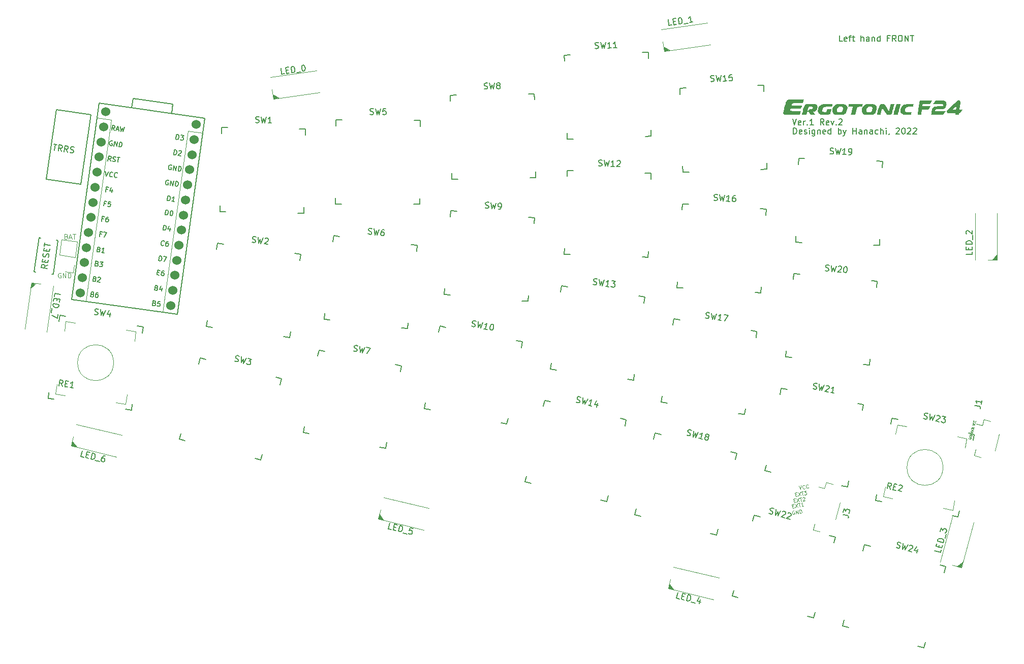
<source format=gbr>
%TF.GenerationSoftware,KiCad,Pcbnew,(6.0.5)*%
%TF.CreationDate,2022-07-12T17:33:22+09:00*%
%TF.ProjectId,ergotonic_f24-pcb-left,6572676f-746f-46e6-9963-5f6632342d70,rev?*%
%TF.SameCoordinates,Original*%
%TF.FileFunction,Legend,Top*%
%TF.FilePolarity,Positive*%
%FSLAX46Y46*%
G04 Gerber Fmt 4.6, Leading zero omitted, Abs format (unit mm)*
G04 Created by KiCad (PCBNEW (6.0.5)) date 2022-07-12 17:33:22*
%MOMM*%
%LPD*%
G01*
G04 APERTURE LIST*
%ADD10C,0.150000*%
%ADD11C,0.100000*%
%ADD12C,0.050000*%
%ADD13C,0.120000*%
%ADD14C,1.524000*%
G04 APERTURE END LIST*
D10*
X-8217182Y-67543176D02*
X-7513748Y-67667210D01*
X-7381330Y-67738913D01*
X-7304076Y-67849242D01*
X-7281988Y-67998198D01*
X-7298526Y-68091989D01*
X-7058726Y-66732016D02*
X-7157953Y-67294763D01*
X-7108340Y-67013390D02*
X-8093147Y-66839742D01*
X-7968998Y-66958340D01*
X-7891745Y-67068669D01*
X-7861387Y-67170729D01*
D11*
X-38640906Y-84320038D02*
X-38443944Y-84285309D01*
X-38304957Y-84579935D02*
X-38586331Y-84629549D01*
X-38690520Y-84038665D01*
X-38409146Y-83989051D01*
X-38212184Y-83954321D02*
X-37714072Y-84475747D01*
X-37818261Y-83884862D02*
X-38107996Y-84545206D01*
X-37677575Y-83860055D02*
X-37339926Y-83800518D01*
X-37404561Y-84421171D02*
X-37508750Y-83830287D01*
X-36729265Y-84302098D02*
X-37066913Y-84361635D01*
X-36898089Y-84331867D02*
X-37002278Y-83740982D01*
X-37043668Y-83835317D01*
X-37090020Y-83901514D01*
X-37141334Y-83939574D01*
X-160509523Y-45500000D02*
X-160585714Y-45461904D01*
X-160700000Y-45461904D01*
X-160814285Y-45500000D01*
X-160890476Y-45576190D01*
X-160928571Y-45652380D01*
X-160966666Y-45804761D01*
X-160966666Y-45919047D01*
X-160928571Y-46071428D01*
X-160890476Y-46147619D01*
X-160814285Y-46223809D01*
X-160700000Y-46261904D01*
X-160623809Y-46261904D01*
X-160509523Y-46223809D01*
X-160471428Y-46185714D01*
X-160471428Y-45919047D01*
X-160623809Y-45919047D01*
X-160128571Y-46261904D02*
X-160128571Y-45461904D01*
X-159671428Y-46261904D01*
X-159671428Y-45461904D01*
X-159290476Y-46261904D02*
X-159290476Y-45461904D01*
X-159100000Y-45461904D01*
X-158985714Y-45500000D01*
X-158909523Y-45576190D01*
X-158871428Y-45652380D01*
X-158833333Y-45804761D01*
X-158833333Y-45919047D01*
X-158871428Y-46071428D01*
X-158909523Y-46147619D01*
X-158985714Y-46223809D01*
X-159100000Y-46261904D01*
X-159290476Y-46261904D01*
X-38386906Y-83431038D02*
X-38189944Y-83396309D01*
X-38050957Y-83690935D02*
X-38332331Y-83740549D01*
X-38436520Y-83149665D01*
X-38155146Y-83100051D01*
X-37958184Y-83065321D02*
X-37460072Y-83586747D01*
X-37564261Y-82995862D02*
X-37853996Y-83656206D01*
X-37423575Y-82971055D02*
X-37085926Y-82911518D01*
X-37150561Y-83532171D02*
X-37254750Y-82941287D01*
X-36907179Y-82938025D02*
X-36884003Y-82904926D01*
X-36832690Y-82866866D01*
X-36692003Y-82842059D01*
X-36630767Y-82860274D01*
X-36597668Y-82883450D01*
X-36559608Y-82934763D01*
X-36549685Y-82991038D01*
X-36562939Y-83080411D01*
X-36841050Y-83477596D01*
X-36475265Y-83413098D01*
X-38132906Y-82415038D02*
X-37935944Y-82380309D01*
X-37796957Y-82674935D02*
X-38078331Y-82724549D01*
X-38182520Y-82133665D01*
X-37901146Y-82084051D01*
X-37704184Y-82049321D02*
X-37206072Y-82570747D01*
X-37310261Y-81979862D02*
X-37599996Y-82640206D01*
X-37169575Y-81955055D02*
X-36831926Y-81895518D01*
X-36896561Y-82516171D02*
X-37000750Y-81925287D01*
X-36691239Y-81870712D02*
X-36325454Y-81806214D01*
X-36482724Y-82066042D01*
X-36398312Y-82051158D01*
X-36337076Y-82069373D01*
X-36303977Y-82092549D01*
X-36265917Y-82143862D01*
X-36241110Y-82284549D01*
X-36259325Y-82345785D01*
X-36282501Y-82378884D01*
X-36333814Y-82416944D01*
X-36502638Y-82446712D01*
X-36563874Y-82428498D01*
X-36596973Y-82405322D01*
D10*
X-30257047Y-6802380D02*
X-30733238Y-6802380D01*
X-30733238Y-5802380D01*
X-29542761Y-6754761D02*
X-29638000Y-6802380D01*
X-29828476Y-6802380D01*
X-29923714Y-6754761D01*
X-29971333Y-6659523D01*
X-29971333Y-6278571D01*
X-29923714Y-6183333D01*
X-29828476Y-6135714D01*
X-29638000Y-6135714D01*
X-29542761Y-6183333D01*
X-29495142Y-6278571D01*
X-29495142Y-6373809D01*
X-29971333Y-6469047D01*
X-29209428Y-6135714D02*
X-28828476Y-6135714D01*
X-29066571Y-6802380D02*
X-29066571Y-5945238D01*
X-29018952Y-5850000D01*
X-28923714Y-5802380D01*
X-28828476Y-5802380D01*
X-28638000Y-6135714D02*
X-28257047Y-6135714D01*
X-28495142Y-5802380D02*
X-28495142Y-6659523D01*
X-28447523Y-6754761D01*
X-28352285Y-6802380D01*
X-28257047Y-6802380D01*
X-27161809Y-6802380D02*
X-27161809Y-5802380D01*
X-26733238Y-6802380D02*
X-26733238Y-6278571D01*
X-26780857Y-6183333D01*
X-26876095Y-6135714D01*
X-27018952Y-6135714D01*
X-27114190Y-6183333D01*
X-27161809Y-6230952D01*
X-25828476Y-6802380D02*
X-25828476Y-6278571D01*
X-25876095Y-6183333D01*
X-25971333Y-6135714D01*
X-26161809Y-6135714D01*
X-26257047Y-6183333D01*
X-25828476Y-6754761D02*
X-25923714Y-6802380D01*
X-26161809Y-6802380D01*
X-26257047Y-6754761D01*
X-26304666Y-6659523D01*
X-26304666Y-6564285D01*
X-26257047Y-6469047D01*
X-26161809Y-6421428D01*
X-25923714Y-6421428D01*
X-25828476Y-6373809D01*
X-25352285Y-6135714D02*
X-25352285Y-6802380D01*
X-25352285Y-6230952D02*
X-25304666Y-6183333D01*
X-25209428Y-6135714D01*
X-25066571Y-6135714D01*
X-24971333Y-6183333D01*
X-24923714Y-6278571D01*
X-24923714Y-6802380D01*
X-24018952Y-6802380D02*
X-24018952Y-5802380D01*
X-24018952Y-6754761D02*
X-24114190Y-6802380D01*
X-24304666Y-6802380D01*
X-24399904Y-6754761D01*
X-24447523Y-6707142D01*
X-24495142Y-6611904D01*
X-24495142Y-6326190D01*
X-24447523Y-6230952D01*
X-24399904Y-6183333D01*
X-24304666Y-6135714D01*
X-24114190Y-6135714D01*
X-24018952Y-6183333D01*
X-22447523Y-6278571D02*
X-22780857Y-6278571D01*
X-22780857Y-6802380D02*
X-22780857Y-5802380D01*
X-22304666Y-5802380D01*
X-21352285Y-6802380D02*
X-21685619Y-6326190D01*
X-21923714Y-6802380D02*
X-21923714Y-5802380D01*
X-21542761Y-5802380D01*
X-21447523Y-5850000D01*
X-21399904Y-5897619D01*
X-21352285Y-5992857D01*
X-21352285Y-6135714D01*
X-21399904Y-6230952D01*
X-21447523Y-6278571D01*
X-21542761Y-6326190D01*
X-21923714Y-6326190D01*
X-20733238Y-5802380D02*
X-20542761Y-5802380D01*
X-20447523Y-5850000D01*
X-20352285Y-5945238D01*
X-20304666Y-6135714D01*
X-20304666Y-6469047D01*
X-20352285Y-6659523D01*
X-20447523Y-6754761D01*
X-20542761Y-6802380D01*
X-20733238Y-6802380D01*
X-20828476Y-6754761D01*
X-20923714Y-6659523D01*
X-20971333Y-6469047D01*
X-20971333Y-6135714D01*
X-20923714Y-5945238D01*
X-20828476Y-5850000D01*
X-20733238Y-5802380D01*
X-19876095Y-6802380D02*
X-19876095Y-5802380D01*
X-19304666Y-6802380D01*
X-19304666Y-5802380D01*
X-18971333Y-5802380D02*
X-18399904Y-5802380D01*
X-18685619Y-6802380D02*
X-18685619Y-5802380D01*
D11*
X-38348292Y-85127939D02*
X-38409528Y-85109725D01*
X-38493940Y-85124609D01*
X-38573391Y-85167630D01*
X-38619743Y-85233828D01*
X-38637957Y-85295064D01*
X-38646249Y-85412575D01*
X-38631365Y-85496987D01*
X-38583382Y-85604575D01*
X-38545322Y-85655888D01*
X-38479125Y-85702240D01*
X-38389751Y-85715493D01*
X-38333476Y-85705571D01*
X-38254026Y-85662549D01*
X-38230850Y-85629450D01*
X-38265579Y-85432489D01*
X-38378129Y-85452334D01*
X-37967691Y-85641073D02*
X-38071880Y-85050188D01*
X-37630042Y-85581536D01*
X-37734231Y-84990652D01*
X-37348669Y-85531922D02*
X-37452857Y-84941038D01*
X-37312171Y-84916231D01*
X-37222797Y-84929484D01*
X-37156600Y-84975836D01*
X-37118540Y-85027149D01*
X-37070557Y-85134738D01*
X-37055673Y-85219150D01*
X-37063964Y-85336660D01*
X-37082179Y-85397897D01*
X-37128531Y-85464094D01*
X-37207982Y-85507116D01*
X-37348669Y-85531922D01*
D10*
X-38590476Y-19752380D02*
X-38257142Y-20752380D01*
X-37923809Y-19752380D01*
X-37209523Y-20704761D02*
X-37304761Y-20752380D01*
X-37495238Y-20752380D01*
X-37590476Y-20704761D01*
X-37638095Y-20609523D01*
X-37638095Y-20228571D01*
X-37590476Y-20133333D01*
X-37495238Y-20085714D01*
X-37304761Y-20085714D01*
X-37209523Y-20133333D01*
X-37161904Y-20228571D01*
X-37161904Y-20323809D01*
X-37638095Y-20419047D01*
X-36733333Y-20752380D02*
X-36733333Y-20085714D01*
X-36733333Y-20276190D02*
X-36685714Y-20180952D01*
X-36638095Y-20133333D01*
X-36542857Y-20085714D01*
X-36447619Y-20085714D01*
X-36114285Y-20657142D02*
X-36066666Y-20704761D01*
X-36114285Y-20752380D01*
X-36161904Y-20704761D01*
X-36114285Y-20657142D01*
X-36114285Y-20752380D01*
X-35114285Y-20752380D02*
X-35685714Y-20752380D01*
X-35400000Y-20752380D02*
X-35400000Y-19752380D01*
X-35495238Y-19895238D01*
X-35590476Y-19990476D01*
X-35685714Y-20038095D01*
X-33352380Y-20752380D02*
X-33685714Y-20276190D01*
X-33923809Y-20752380D02*
X-33923809Y-19752380D01*
X-33542857Y-19752380D01*
X-33447619Y-19800000D01*
X-33400000Y-19847619D01*
X-33352380Y-19942857D01*
X-33352380Y-20085714D01*
X-33400000Y-20180952D01*
X-33447619Y-20228571D01*
X-33542857Y-20276190D01*
X-33923809Y-20276190D01*
X-32542857Y-20704761D02*
X-32638095Y-20752380D01*
X-32828571Y-20752380D01*
X-32923809Y-20704761D01*
X-32971428Y-20609523D01*
X-32971428Y-20228571D01*
X-32923809Y-20133333D01*
X-32828571Y-20085714D01*
X-32638095Y-20085714D01*
X-32542857Y-20133333D01*
X-32495238Y-20228571D01*
X-32495238Y-20323809D01*
X-32971428Y-20419047D01*
X-32161904Y-20085714D02*
X-31923809Y-20752380D01*
X-31685714Y-20085714D01*
X-31304761Y-20657142D02*
X-31257142Y-20704761D01*
X-31304761Y-20752380D01*
X-31352380Y-20704761D01*
X-31304761Y-20657142D01*
X-31304761Y-20752380D01*
X-30876190Y-19847619D02*
X-30828571Y-19800000D01*
X-30733333Y-19752380D01*
X-30495238Y-19752380D01*
X-30400000Y-19800000D01*
X-30352380Y-19847619D01*
X-30304761Y-19942857D01*
X-30304761Y-20038095D01*
X-30352380Y-20180952D01*
X-30923809Y-20752380D01*
X-30304761Y-20752380D01*
D11*
X-159590476Y-39342857D02*
X-159476190Y-39380952D01*
X-159438095Y-39419047D01*
X-159400000Y-39495238D01*
X-159400000Y-39609523D01*
X-159438095Y-39685714D01*
X-159476190Y-39723809D01*
X-159552380Y-39761904D01*
X-159857142Y-39761904D01*
X-159857142Y-38961904D01*
X-159590476Y-38961904D01*
X-159514285Y-39000000D01*
X-159476190Y-39038095D01*
X-159438095Y-39114285D01*
X-159438095Y-39190476D01*
X-159476190Y-39266666D01*
X-159514285Y-39304761D01*
X-159590476Y-39342857D01*
X-159857142Y-39342857D01*
X-159095238Y-39533333D02*
X-158714285Y-39533333D01*
X-159171428Y-39761904D02*
X-158904761Y-38961904D01*
X-158638095Y-39761904D01*
X-158485714Y-38961904D02*
X-158028571Y-38961904D01*
X-158257142Y-39761904D02*
X-158257142Y-38961904D01*
D10*
X-38438095Y-22252380D02*
X-38438095Y-21252380D01*
X-38200000Y-21252380D01*
X-38057142Y-21300000D01*
X-37961904Y-21395238D01*
X-37914285Y-21490476D01*
X-37866666Y-21680952D01*
X-37866666Y-21823809D01*
X-37914285Y-22014285D01*
X-37961904Y-22109523D01*
X-38057142Y-22204761D01*
X-38200000Y-22252380D01*
X-38438095Y-22252380D01*
X-37057142Y-22204761D02*
X-37152380Y-22252380D01*
X-37342857Y-22252380D01*
X-37438095Y-22204761D01*
X-37485714Y-22109523D01*
X-37485714Y-21728571D01*
X-37438095Y-21633333D01*
X-37342857Y-21585714D01*
X-37152380Y-21585714D01*
X-37057142Y-21633333D01*
X-37009523Y-21728571D01*
X-37009523Y-21823809D01*
X-37485714Y-21919047D01*
X-36628571Y-22204761D02*
X-36533333Y-22252380D01*
X-36342857Y-22252380D01*
X-36247619Y-22204761D01*
X-36200000Y-22109523D01*
X-36200000Y-22061904D01*
X-36247619Y-21966666D01*
X-36342857Y-21919047D01*
X-36485714Y-21919047D01*
X-36580952Y-21871428D01*
X-36628571Y-21776190D01*
X-36628571Y-21728571D01*
X-36580952Y-21633333D01*
X-36485714Y-21585714D01*
X-36342857Y-21585714D01*
X-36247619Y-21633333D01*
X-35771428Y-22252380D02*
X-35771428Y-21585714D01*
X-35771428Y-21252380D02*
X-35819047Y-21300000D01*
X-35771428Y-21347619D01*
X-35723809Y-21300000D01*
X-35771428Y-21252380D01*
X-35771428Y-21347619D01*
X-34866666Y-21585714D02*
X-34866666Y-22395238D01*
X-34914285Y-22490476D01*
X-34961904Y-22538095D01*
X-35057142Y-22585714D01*
X-35200000Y-22585714D01*
X-35295238Y-22538095D01*
X-34866666Y-22204761D02*
X-34961904Y-22252380D01*
X-35152380Y-22252380D01*
X-35247619Y-22204761D01*
X-35295238Y-22157142D01*
X-35342857Y-22061904D01*
X-35342857Y-21776190D01*
X-35295238Y-21680952D01*
X-35247619Y-21633333D01*
X-35152380Y-21585714D01*
X-34961904Y-21585714D01*
X-34866666Y-21633333D01*
X-34390476Y-21585714D02*
X-34390476Y-22252380D01*
X-34390476Y-21680952D02*
X-34342857Y-21633333D01*
X-34247619Y-21585714D01*
X-34104761Y-21585714D01*
X-34009523Y-21633333D01*
X-33961904Y-21728571D01*
X-33961904Y-22252380D01*
X-33104761Y-22204761D02*
X-33200000Y-22252380D01*
X-33390476Y-22252380D01*
X-33485714Y-22204761D01*
X-33533333Y-22109523D01*
X-33533333Y-21728571D01*
X-33485714Y-21633333D01*
X-33390476Y-21585714D01*
X-33200000Y-21585714D01*
X-33104761Y-21633333D01*
X-33057142Y-21728571D01*
X-33057142Y-21823809D01*
X-33533333Y-21919047D01*
X-32200000Y-22252380D02*
X-32200000Y-21252380D01*
X-32200000Y-22204761D02*
X-32295238Y-22252380D01*
X-32485714Y-22252380D01*
X-32580952Y-22204761D01*
X-32628571Y-22157142D01*
X-32676190Y-22061904D01*
X-32676190Y-21776190D01*
X-32628571Y-21680952D01*
X-32580952Y-21633333D01*
X-32485714Y-21585714D01*
X-32295238Y-21585714D01*
X-32200000Y-21633333D01*
X-30961904Y-22252380D02*
X-30961904Y-21252380D01*
X-30961904Y-21633333D02*
X-30866666Y-21585714D01*
X-30676190Y-21585714D01*
X-30580952Y-21633333D01*
X-30533333Y-21680952D01*
X-30485714Y-21776190D01*
X-30485714Y-22061904D01*
X-30533333Y-22157142D01*
X-30580952Y-22204761D01*
X-30676190Y-22252380D01*
X-30866666Y-22252380D01*
X-30961904Y-22204761D01*
X-30152380Y-21585714D02*
X-29914285Y-22252380D01*
X-29676190Y-21585714D02*
X-29914285Y-22252380D01*
X-30009523Y-22490476D01*
X-30057142Y-22538095D01*
X-30152380Y-22585714D01*
X-28533333Y-22252380D02*
X-28533333Y-21252380D01*
X-28533333Y-21728571D02*
X-27961904Y-21728571D01*
X-27961904Y-22252380D02*
X-27961904Y-21252380D01*
X-27057142Y-22252380D02*
X-27057142Y-21728571D01*
X-27104761Y-21633333D01*
X-27200000Y-21585714D01*
X-27390476Y-21585714D01*
X-27485714Y-21633333D01*
X-27057142Y-22204761D02*
X-27152380Y-22252380D01*
X-27390476Y-22252380D01*
X-27485714Y-22204761D01*
X-27533333Y-22109523D01*
X-27533333Y-22014285D01*
X-27485714Y-21919047D01*
X-27390476Y-21871428D01*
X-27152380Y-21871428D01*
X-27057142Y-21823809D01*
X-26580952Y-21585714D02*
X-26580952Y-22252380D01*
X-26580952Y-21680952D02*
X-26533333Y-21633333D01*
X-26438095Y-21585714D01*
X-26295238Y-21585714D01*
X-26200000Y-21633333D01*
X-26152380Y-21728571D01*
X-26152380Y-22252380D01*
X-25247619Y-22252380D02*
X-25247619Y-21728571D01*
X-25295238Y-21633333D01*
X-25390476Y-21585714D01*
X-25580952Y-21585714D01*
X-25676190Y-21633333D01*
X-25247619Y-22204761D02*
X-25342857Y-22252380D01*
X-25580952Y-22252380D01*
X-25676190Y-22204761D01*
X-25723809Y-22109523D01*
X-25723809Y-22014285D01*
X-25676190Y-21919047D01*
X-25580952Y-21871428D01*
X-25342857Y-21871428D01*
X-25247619Y-21823809D01*
X-24342857Y-22204761D02*
X-24438095Y-22252380D01*
X-24628571Y-22252380D01*
X-24723809Y-22204761D01*
X-24771428Y-22157142D01*
X-24819047Y-22061904D01*
X-24819047Y-21776190D01*
X-24771428Y-21680952D01*
X-24723809Y-21633333D01*
X-24628571Y-21585714D01*
X-24438095Y-21585714D01*
X-24342857Y-21633333D01*
X-23914285Y-22252380D02*
X-23914285Y-21252380D01*
X-23485714Y-22252380D02*
X-23485714Y-21728571D01*
X-23533333Y-21633333D01*
X-23628571Y-21585714D01*
X-23771428Y-21585714D01*
X-23866666Y-21633333D01*
X-23914285Y-21680952D01*
X-23009523Y-22252380D02*
X-23009523Y-21585714D01*
X-23009523Y-21252380D02*
X-23057142Y-21300000D01*
X-23009523Y-21347619D01*
X-22961904Y-21300000D01*
X-23009523Y-21252380D01*
X-23009523Y-21347619D01*
X-22485714Y-22204761D02*
X-22485714Y-22252380D01*
X-22533333Y-22347619D01*
X-22580952Y-22395238D01*
X-21342857Y-21347619D02*
X-21295238Y-21300000D01*
X-21200000Y-21252380D01*
X-20961904Y-21252380D01*
X-20866666Y-21300000D01*
X-20819047Y-21347619D01*
X-20771428Y-21442857D01*
X-20771428Y-21538095D01*
X-20819047Y-21680952D01*
X-21390476Y-22252380D01*
X-20771428Y-22252380D01*
X-20152380Y-21252380D02*
X-20057142Y-21252380D01*
X-19961904Y-21300000D01*
X-19914285Y-21347619D01*
X-19866666Y-21442857D01*
X-19819047Y-21633333D01*
X-19819047Y-21871428D01*
X-19866666Y-22061904D01*
X-19914285Y-22157142D01*
X-19961904Y-22204761D01*
X-20057142Y-22252380D01*
X-20152380Y-22252380D01*
X-20247619Y-22204761D01*
X-20295238Y-22157142D01*
X-20342857Y-22061904D01*
X-20390476Y-21871428D01*
X-20390476Y-21633333D01*
X-20342857Y-21442857D01*
X-20295238Y-21347619D01*
X-20247619Y-21300000D01*
X-20152380Y-21252380D01*
X-19438095Y-21347619D02*
X-19390476Y-21300000D01*
X-19295238Y-21252380D01*
X-19057142Y-21252380D01*
X-18961904Y-21300000D01*
X-18914285Y-21347619D01*
X-18866666Y-21442857D01*
X-18866666Y-21538095D01*
X-18914285Y-21680952D01*
X-19485714Y-22252380D01*
X-18866666Y-22252380D01*
X-18485714Y-21347619D02*
X-18438095Y-21300000D01*
X-18342857Y-21252380D01*
X-18104761Y-21252380D01*
X-18009523Y-21300000D01*
X-17961904Y-21347619D01*
X-17914285Y-21442857D01*
X-17914285Y-21538095D01*
X-17961904Y-21680952D01*
X-18533333Y-22252380D01*
X-17914285Y-22252380D01*
X-30197182Y-85733176D02*
X-29493748Y-85857210D01*
X-29361330Y-85928913D01*
X-29284076Y-86039242D01*
X-29261988Y-86188198D01*
X-29278526Y-86281989D01*
X-30131030Y-85358011D02*
X-30023534Y-84748368D01*
X-29706251Y-85142789D01*
X-29681445Y-85002102D01*
X-29618011Y-84916580D01*
X-29562846Y-84877953D01*
X-29460786Y-84847595D01*
X-29226308Y-84888940D01*
X-29140786Y-84952374D01*
X-29102159Y-85007538D01*
X-29071802Y-85109599D01*
X-29121415Y-85390972D01*
X-29184849Y-85476494D01*
X-29240013Y-85515121D01*
D12*
X-9193380Y-72935431D02*
X-9219173Y-72958099D01*
X-9230266Y-72999496D01*
X-9222959Y-73045823D01*
X-9193557Y-73083280D01*
X-9160457Y-73106939D01*
X-9090560Y-73140458D01*
X-9035365Y-73155247D01*
X-8958073Y-73161168D01*
X-8917578Y-73157229D01*
X-8873386Y-73139491D01*
X-8843895Y-73103024D01*
X-8836501Y-73075426D01*
X-8843807Y-73029099D01*
X-8858508Y-73010370D01*
X-8987298Y-72975861D01*
X-9002088Y-73031057D01*
X-8788434Y-72896040D02*
X-9174804Y-72792512D01*
X-8744065Y-72730452D01*
X-9130435Y-72626925D01*
X-8707091Y-72592463D02*
X-9093461Y-72488935D01*
X-9074974Y-72419941D01*
X-9045483Y-72383474D01*
X-9001291Y-72365736D01*
X-8960797Y-72361796D01*
X-8883505Y-72367717D01*
X-8828309Y-72382507D01*
X-8758412Y-72416025D01*
X-8725313Y-72439684D01*
X-8695910Y-72477142D01*
X-8688604Y-72523468D01*
X-8707091Y-72592463D01*
X-8570287Y-72081902D02*
X-8956657Y-71978375D01*
X-8938170Y-71909380D01*
X-8908679Y-71872913D01*
X-8864487Y-71855175D01*
X-8823992Y-71851236D01*
X-8746701Y-71857156D01*
X-8691505Y-71871946D01*
X-8621608Y-71905464D01*
X-8588508Y-71929123D01*
X-8559106Y-71966581D01*
X-8551800Y-72012907D01*
X-8570287Y-72081902D01*
X-8606730Y-71776344D02*
X-8569756Y-71638355D01*
X-8503733Y-71833521D02*
X-8864222Y-71633401D01*
X-8451969Y-71640336D01*
X-8823550Y-71481613D02*
X-8779181Y-71316025D01*
X-8414995Y-71502347D02*
X-8801366Y-71398819D01*
X-8481018Y-71307180D02*
X-8444044Y-71169191D01*
X-8378021Y-71364357D02*
X-8738510Y-71164237D01*
X-8326257Y-71171172D01*
X-8638679Y-70791666D02*
X-8226427Y-70798601D01*
X-8586915Y-70598481D01*
X-8167091Y-70429968D02*
X-8152390Y-70448697D01*
X-8145084Y-70495024D01*
X-8152479Y-70522622D01*
X-8181970Y-70559089D01*
X-8226162Y-70576827D01*
X-8266656Y-70580766D01*
X-8343948Y-70574846D01*
X-8399144Y-70560056D01*
X-8469041Y-70526537D01*
X-8502140Y-70502879D01*
X-8531543Y-70465421D01*
X-8538849Y-70419094D01*
X-8531454Y-70391496D01*
X-8501963Y-70355029D01*
X-8479867Y-70346160D01*
X-8089446Y-70140191D02*
X-8074745Y-70158920D01*
X-8067438Y-70205246D01*
X-8074833Y-70232844D01*
X-8104324Y-70269311D01*
X-8148516Y-70287049D01*
X-8189010Y-70290988D01*
X-8266302Y-70285068D01*
X-8321498Y-70270278D01*
X-8391395Y-70236760D01*
X-8424495Y-70213101D01*
X-8453897Y-70175643D01*
X-8461203Y-70129317D01*
X-8453809Y-70101719D01*
X-8424318Y-70065252D01*
X-8402222Y-70056383D01*
D11*
X-37547902Y-80968338D02*
X-37246751Y-81524493D01*
X-37153978Y-80898879D01*
X-36525102Y-81339223D02*
X-36548278Y-81372322D01*
X-36627729Y-81415343D01*
X-36684004Y-81425266D01*
X-36773377Y-81412013D01*
X-36839575Y-81365661D01*
X-36877635Y-81314347D01*
X-36925618Y-81206759D01*
X-36940502Y-81122347D01*
X-36932210Y-81004836D01*
X-36913995Y-80943600D01*
X-36867643Y-80877403D01*
X-36788193Y-80834381D01*
X-36731918Y-80824458D01*
X-36642544Y-80837712D01*
X-36609446Y-80860888D01*
X-35934218Y-81235034D02*
X-35957394Y-81268133D01*
X-36036844Y-81311154D01*
X-36093119Y-81321077D01*
X-36182493Y-81307824D01*
X-36248690Y-81261472D01*
X-36286750Y-81210158D01*
X-36334733Y-81102570D01*
X-36349617Y-81018158D01*
X-36341325Y-80900647D01*
X-36323111Y-80839411D01*
X-36276759Y-80773214D01*
X-36197308Y-80730192D01*
X-36141033Y-80720270D01*
X-36051660Y-80733523D01*
X-36018561Y-80756699D01*
D10*
%TO.C,U1*%
X-153371159Y-36421930D02*
X-153635231Y-36384817D01*
X-153693551Y-36799787D02*
X-153582212Y-36007572D01*
X-153204967Y-36060590D01*
X-152563651Y-36150722D02*
X-152714549Y-36129514D01*
X-152795300Y-36156635D01*
X-152838326Y-36189058D01*
X-152929681Y-36291628D01*
X-152988612Y-36437224D01*
X-153031027Y-36739020D01*
X-153003906Y-36819771D01*
X-152971484Y-36862797D01*
X-152901336Y-36911125D01*
X-152750438Y-36932332D01*
X-152669688Y-36905212D01*
X-152626661Y-36872789D01*
X-152578333Y-36802642D01*
X-152551824Y-36614019D01*
X-152578945Y-36533268D01*
X-152611367Y-36490242D01*
X-152681515Y-36441914D01*
X-152832413Y-36420707D01*
X-152913163Y-36447827D01*
X-152956190Y-36480250D01*
X-153004518Y-36550397D01*
X-153730183Y-38976517D02*
X-153994255Y-38939404D01*
X-154052575Y-39354374D02*
X-153941236Y-38562159D01*
X-153563991Y-38615177D01*
X-153337644Y-38646988D02*
X-152809501Y-38721214D01*
X-153260360Y-39465712D01*
X-142766208Y-33364194D02*
X-142654869Y-32571979D01*
X-142466247Y-32598489D01*
X-142358375Y-32652119D01*
X-142293530Y-32738171D01*
X-142266409Y-32818922D01*
X-142249892Y-32975122D01*
X-142265797Y-33088295D01*
X-142324729Y-33233891D01*
X-142373057Y-33304039D01*
X-142459110Y-33368884D01*
X-142577585Y-33390703D01*
X-142766208Y-33364194D01*
X-141559024Y-33533852D02*
X-142011718Y-33470230D01*
X-141785371Y-33502041D02*
X-141674032Y-32709827D01*
X-141765387Y-32812397D01*
X-141851439Y-32877242D01*
X-141932190Y-32904363D01*
X-153060901Y-28466087D02*
X-152908168Y-29295415D01*
X-152532758Y-28540313D01*
X-151916728Y-29357813D02*
X-151959754Y-29390236D01*
X-152078229Y-29412055D01*
X-152153678Y-29401451D01*
X-152261550Y-29347821D01*
X-152326395Y-29261769D01*
X-152353516Y-29181018D01*
X-152370033Y-29024818D01*
X-152354128Y-28911645D01*
X-152295196Y-28766048D01*
X-152246868Y-28695901D01*
X-152160815Y-28631056D01*
X-152042340Y-28609237D01*
X-151966891Y-28619841D01*
X-151859019Y-28673471D01*
X-151826597Y-28716497D01*
X-151124513Y-29469152D02*
X-151167540Y-29501575D01*
X-151286015Y-29523394D01*
X-151361464Y-29512790D01*
X-151469336Y-29459160D01*
X-151534181Y-29373107D01*
X-151561302Y-29292356D01*
X-151577819Y-29136157D01*
X-151561913Y-29022983D01*
X-151502982Y-28877387D01*
X-151454653Y-28807240D01*
X-151368601Y-28742394D01*
X-151250125Y-28720575D01*
X-151174676Y-28731179D01*
X-151066805Y-28784809D01*
X-151034382Y-28827835D01*
X-143352365Y-40819626D02*
X-143395391Y-40852048D01*
X-143513867Y-40873867D01*
X-143589316Y-40863264D01*
X-143697187Y-40809634D01*
X-143762033Y-40723581D01*
X-143789153Y-40642830D01*
X-143805671Y-40486631D01*
X-143789765Y-40373457D01*
X-143730833Y-40227861D01*
X-143682505Y-40157714D01*
X-143596452Y-40092868D01*
X-143477977Y-40071049D01*
X-143402528Y-40081653D01*
X-143294656Y-40135283D01*
X-143262234Y-40178309D01*
X-142572589Y-40198293D02*
X-142723487Y-40177086D01*
X-142804238Y-40204207D01*
X-142847264Y-40236630D01*
X-142938619Y-40339199D01*
X-142997551Y-40484796D01*
X-143039965Y-40786591D01*
X-143012845Y-40867342D01*
X-142980422Y-40910369D01*
X-142910275Y-40958697D01*
X-142759377Y-40979904D01*
X-142678626Y-40952783D01*
X-142635600Y-40920361D01*
X-142587271Y-40850213D01*
X-142560762Y-40661591D01*
X-142587883Y-40580840D01*
X-142620306Y-40537814D01*
X-142690453Y-40489486D01*
X-142841351Y-40468278D01*
X-142922102Y-40495399D01*
X-142965128Y-40527822D01*
X-143013456Y-40597969D01*
X-143097615Y-35722276D02*
X-142986276Y-34930061D01*
X-142797654Y-34956571D01*
X-142689782Y-35010201D01*
X-142624937Y-35096253D01*
X-142597816Y-35177004D01*
X-142581299Y-35333204D01*
X-142597204Y-35446377D01*
X-142656136Y-35591973D01*
X-142704464Y-35662121D01*
X-142790517Y-35726966D01*
X-142908992Y-35748785D01*
X-143097615Y-35722276D01*
X-142043164Y-35062607D02*
X-141967715Y-35073211D01*
X-141897568Y-35121539D01*
X-141865145Y-35164565D01*
X-141838024Y-35245316D01*
X-141821507Y-35401516D01*
X-141848016Y-35590138D01*
X-141906948Y-35735735D01*
X-141955276Y-35805882D01*
X-141998302Y-35838304D01*
X-142079053Y-35865425D01*
X-142154502Y-35854822D01*
X-142224649Y-35806493D01*
X-142257072Y-35763467D01*
X-142284193Y-35682716D01*
X-142300710Y-35526516D01*
X-142274201Y-35337894D01*
X-142215269Y-35192298D01*
X-142166941Y-35122151D01*
X-142123915Y-35089728D01*
X-142043164Y-35062607D01*
X-142547922Y-30019063D02*
X-142618069Y-29970735D01*
X-142731243Y-29954829D01*
X-142849718Y-29976648D01*
X-142935771Y-30041494D01*
X-142984099Y-30111641D01*
X-143043031Y-30257237D01*
X-143058936Y-30370410D01*
X-143042419Y-30526610D01*
X-143015298Y-30607361D01*
X-142950453Y-30693414D01*
X-142842581Y-30747044D01*
X-142767132Y-30757647D01*
X-142648657Y-30735828D01*
X-142605631Y-30703406D01*
X-142568518Y-30439334D01*
X-142719416Y-30418127D01*
X-142276714Y-30826571D02*
X-142165375Y-30034357D01*
X-141824020Y-30890193D01*
X-141712681Y-30097979D01*
X-141446775Y-30943212D02*
X-141335436Y-30150997D01*
X-141146814Y-30177506D01*
X-141038942Y-30231136D01*
X-140974097Y-30317189D01*
X-140946976Y-30397940D01*
X-140930459Y-30554140D01*
X-140946364Y-30667313D01*
X-141005296Y-30812909D01*
X-141053624Y-30883056D01*
X-141139677Y-30947902D01*
X-141258152Y-30969721D01*
X-141446775Y-30943212D01*
X-143456639Y-38276864D02*
X-143345300Y-37484649D01*
X-143156678Y-37511159D01*
X-143048806Y-37564789D01*
X-142983961Y-37650841D01*
X-142956840Y-37731592D01*
X-142940323Y-37887792D01*
X-142956228Y-38000965D01*
X-143015160Y-38146561D01*
X-143063488Y-38216709D01*
X-143149541Y-38281554D01*
X-143268016Y-38303373D01*
X-143456639Y-38276864D01*
X-142250678Y-37907776D02*
X-142324904Y-38435919D01*
X-142396886Y-37579471D02*
X-142665036Y-38118829D01*
X-142174617Y-38187753D01*
X-152680729Y-31509259D02*
X-152944801Y-31472146D01*
X-153003121Y-31887116D02*
X-152891782Y-31094901D01*
X-152514537Y-31147919D01*
X-151910334Y-31502122D02*
X-151984559Y-32030265D01*
X-152056542Y-31173817D02*
X-152324692Y-31713175D01*
X-151834273Y-31782099D01*
X-151895461Y-23458257D02*
X-151965608Y-23409929D01*
X-152078782Y-23394023D01*
X-152197257Y-23415842D01*
X-152283310Y-23480688D01*
X-152331638Y-23550835D01*
X-152390570Y-23696431D01*
X-152406475Y-23809604D01*
X-152389958Y-23965804D01*
X-152362837Y-24046555D01*
X-152297992Y-24132608D01*
X-152190120Y-24186238D01*
X-152114671Y-24196841D01*
X-151996196Y-24175022D01*
X-151953170Y-24142600D01*
X-151916057Y-23878528D01*
X-152066955Y-23857321D01*
X-151624253Y-24265765D02*
X-151512914Y-23473551D01*
X-151171559Y-24329387D01*
X-151060220Y-23537173D01*
X-150794314Y-24382406D02*
X-150682975Y-23590191D01*
X-150494353Y-23616700D01*
X-150386481Y-23670330D01*
X-150321636Y-23756383D01*
X-150294515Y-23837134D01*
X-150277998Y-23993334D01*
X-150293903Y-24106507D01*
X-150352835Y-24252103D01*
X-150401163Y-24322250D01*
X-150487216Y-24387096D01*
X-150605691Y-24408915D01*
X-150794314Y-24382406D01*
X-141330112Y-23145840D02*
X-141218773Y-22353625D01*
X-141030151Y-22380135D01*
X-140922279Y-22433765D01*
X-140857434Y-22519817D01*
X-140830313Y-22600568D01*
X-140813796Y-22756768D01*
X-140829701Y-22869941D01*
X-140888633Y-23015537D01*
X-140936961Y-23085685D01*
X-141023014Y-23150530D01*
X-141141489Y-23172349D01*
X-141330112Y-23145840D01*
X-140502008Y-22454360D02*
X-140011589Y-22523284D01*
X-140318075Y-22787967D01*
X-140204902Y-22803873D01*
X-140134755Y-22852201D01*
X-140102332Y-22895227D01*
X-140075211Y-22975978D01*
X-140101720Y-23164600D01*
X-140150049Y-23234748D01*
X-140193075Y-23267170D01*
X-140273826Y-23294291D01*
X-140500173Y-23262480D01*
X-140570320Y-23214152D01*
X-140602743Y-23171126D01*
X-152190762Y-26791193D02*
X-152401815Y-26376835D01*
X-152643456Y-26727571D02*
X-152532117Y-25935357D01*
X-152230321Y-25977771D01*
X-152160174Y-26026100D01*
X-152127751Y-26069126D01*
X-152100630Y-26149877D01*
X-152116536Y-26263050D01*
X-152164864Y-26333197D01*
X-152207890Y-26365620D01*
X-152288641Y-26392741D01*
X-152590437Y-26350326D01*
X-151883664Y-26795883D02*
X-151775792Y-26849513D01*
X-151587170Y-26876022D01*
X-151506419Y-26848902D01*
X-151463393Y-26816479D01*
X-151415064Y-26746332D01*
X-151404461Y-26670883D01*
X-151431582Y-26590132D01*
X-151464004Y-26547106D01*
X-151534151Y-26498777D01*
X-151679748Y-26439846D01*
X-151749895Y-26391518D01*
X-151782317Y-26348491D01*
X-151809438Y-26267740D01*
X-151798834Y-26192291D01*
X-151750506Y-26122144D01*
X-151707480Y-26089722D01*
X-151626729Y-26062601D01*
X-151438107Y-26089110D01*
X-151330235Y-26142740D01*
X-151098586Y-26136826D02*
X-150645892Y-26200448D01*
X-150983578Y-26960852D02*
X-150872239Y-26168637D01*
X-154477201Y-43881236D02*
X-154369329Y-43934866D01*
X-154336907Y-43977893D01*
X-154309786Y-44058643D01*
X-154325691Y-44171817D01*
X-154374019Y-44241964D01*
X-154417046Y-44274387D01*
X-154497797Y-44301507D01*
X-154799593Y-44259093D01*
X-154688254Y-43466878D01*
X-154424183Y-43503991D01*
X-154354035Y-43552319D01*
X-154321613Y-43595346D01*
X-154294492Y-43676097D01*
X-154305096Y-43751546D01*
X-154353424Y-43821693D01*
X-154396450Y-43854115D01*
X-154477201Y-43881236D01*
X-154741272Y-43844123D01*
X-153971489Y-43567613D02*
X-153481070Y-43636537D01*
X-153787556Y-43901220D01*
X-153674383Y-43917126D01*
X-153604236Y-43965454D01*
X-153571813Y-44008480D01*
X-153544692Y-44089231D01*
X-153571201Y-44277853D01*
X-153619530Y-44348001D01*
X-153662556Y-44380423D01*
X-153743307Y-44407544D01*
X-153969654Y-44375733D01*
X-154039801Y-44327405D01*
X-154072224Y-44284379D01*
X-153012135Y-33867341D02*
X-153276207Y-33830228D01*
X-153334527Y-34245198D02*
X-153223188Y-33452983D01*
X-152845943Y-33506001D01*
X-152166902Y-33601434D02*
X-152544147Y-33548416D01*
X-152634890Y-33920359D01*
X-152591864Y-33887937D01*
X-152511113Y-33860816D01*
X-152322491Y-33887325D01*
X-152252343Y-33935653D01*
X-152219921Y-33978679D01*
X-152192800Y-34059430D01*
X-152219309Y-34248053D01*
X-152267637Y-34318200D01*
X-152310664Y-34350623D01*
X-152391414Y-34377743D01*
X-152580037Y-34351234D01*
X-152650184Y-34302906D01*
X-152682607Y-34259880D01*
X-151585887Y-21666111D02*
X-151796940Y-21251753D01*
X-152038581Y-21602489D02*
X-151927243Y-20810274D01*
X-151625447Y-20852689D01*
X-151555299Y-20901017D01*
X-151522877Y-20944043D01*
X-151495756Y-21024794D01*
X-151511661Y-21137968D01*
X-151559990Y-21208115D01*
X-151603016Y-21240538D01*
X-151683767Y-21267658D01*
X-151985563Y-21225244D01*
X-151252280Y-21482178D02*
X-150875035Y-21535197D01*
X-151359540Y-21697922D02*
X-150984130Y-20942820D01*
X-150831397Y-21772147D01*
X-150531436Y-21006442D02*
X-150454152Y-21825166D01*
X-150223727Y-21280505D01*
X-150152356Y-21867580D01*
X-149852395Y-21101875D01*
X-142047922Y-27497876D02*
X-142118069Y-27449548D01*
X-142231243Y-27433642D01*
X-142349718Y-27455461D01*
X-142435771Y-27520307D01*
X-142484099Y-27590454D01*
X-142543031Y-27736050D01*
X-142558936Y-27849223D01*
X-142542419Y-28005423D01*
X-142515298Y-28086174D01*
X-142450453Y-28172227D01*
X-142342581Y-28225857D01*
X-142267132Y-28236460D01*
X-142148657Y-28214641D01*
X-142105631Y-28182219D01*
X-142068518Y-27918147D01*
X-142219416Y-27896940D01*
X-141776714Y-28305384D02*
X-141665375Y-27513170D01*
X-141324020Y-28369006D01*
X-141212681Y-27576792D01*
X-140946775Y-28422025D02*
X-140835436Y-27629810D01*
X-140646814Y-27656319D01*
X-140538942Y-27709949D01*
X-140474097Y-27796002D01*
X-140446976Y-27876753D01*
X-140430459Y-28032953D01*
X-140446364Y-28146126D01*
X-140505296Y-28291722D01*
X-140553624Y-28361869D01*
X-140639677Y-28426715D01*
X-140758152Y-28448534D01*
X-140946775Y-28422025D01*
X-155195249Y-48990413D02*
X-155087377Y-49044043D01*
X-155054955Y-49087070D01*
X-155027834Y-49167820D01*
X-155043739Y-49280994D01*
X-155092067Y-49351141D01*
X-155135094Y-49383564D01*
X-155215845Y-49410684D01*
X-155517641Y-49368270D01*
X-155406302Y-48576055D01*
X-155142231Y-48613168D01*
X-155072083Y-48661496D01*
X-155039661Y-48704523D01*
X-155012540Y-48785274D01*
X-155023144Y-48860723D01*
X-155071472Y-48930870D01*
X-155114498Y-48963292D01*
X-155195249Y-48990413D01*
X-155459320Y-48953300D01*
X-154274567Y-48735110D02*
X-154425465Y-48713903D01*
X-154506216Y-48741024D01*
X-154549242Y-48773447D01*
X-154640597Y-48876016D01*
X-154699529Y-49021613D01*
X-154741943Y-49323408D01*
X-154714823Y-49404159D01*
X-154682400Y-49447186D01*
X-154612253Y-49495514D01*
X-154461355Y-49516721D01*
X-154380604Y-49489600D01*
X-154337578Y-49457178D01*
X-154289249Y-49387030D01*
X-154262740Y-49198408D01*
X-154289861Y-49117657D01*
X-154322284Y-49074631D01*
X-154392431Y-49026303D01*
X-154543329Y-49005095D01*
X-154624080Y-49032216D01*
X-154667106Y-49064639D01*
X-154715434Y-49134786D01*
X-154836225Y-46435824D02*
X-154728353Y-46489454D01*
X-154695931Y-46532481D01*
X-154668810Y-46613231D01*
X-154684715Y-46726405D01*
X-154733043Y-46796552D01*
X-154776070Y-46828975D01*
X-154856821Y-46856095D01*
X-155158617Y-46813681D01*
X-155047278Y-46021466D01*
X-154783207Y-46058579D01*
X-154713059Y-46106907D01*
X-154680637Y-46149934D01*
X-154653516Y-46230685D01*
X-154664120Y-46306134D01*
X-154712448Y-46376281D01*
X-154755474Y-46408703D01*
X-154836225Y-46435824D01*
X-155100296Y-46398711D01*
X-154303392Y-46202952D02*
X-154260366Y-46170529D01*
X-154179615Y-46143409D01*
X-153990992Y-46169918D01*
X-153920845Y-46218246D01*
X-153888422Y-46261272D01*
X-153861302Y-46342023D01*
X-153871905Y-46417472D01*
X-153925535Y-46525344D01*
X-154441851Y-46914416D01*
X-153951433Y-46983339D01*
X-141689136Y-25700428D02*
X-141577797Y-24908213D01*
X-141389175Y-24934723D01*
X-141281303Y-24988353D01*
X-141216458Y-25074405D01*
X-141189337Y-25155156D01*
X-141172820Y-25311356D01*
X-141188725Y-25424529D01*
X-141247657Y-25570125D01*
X-141295985Y-25640273D01*
X-141382038Y-25705118D01*
X-141500513Y-25726937D01*
X-141689136Y-25700428D01*
X-140833911Y-25089699D02*
X-140790885Y-25057276D01*
X-140710134Y-25030156D01*
X-140521511Y-25056665D01*
X-140451364Y-25104993D01*
X-140418941Y-25148019D01*
X-140391821Y-25228770D01*
X-140402424Y-25304219D01*
X-140456054Y-25412091D01*
X-140972370Y-25801163D01*
X-140481952Y-25870086D01*
X-154145794Y-41523154D02*
X-154037922Y-41576784D01*
X-154005500Y-41619811D01*
X-153978379Y-41700561D01*
X-153994284Y-41813735D01*
X-154042612Y-41883882D01*
X-154085639Y-41916305D01*
X-154166390Y-41943425D01*
X-154468186Y-41901011D01*
X-154356847Y-41108796D01*
X-154092776Y-41145909D01*
X-154022628Y-41194237D01*
X-153990206Y-41237264D01*
X-153963085Y-41318015D01*
X-153973689Y-41393464D01*
X-154022017Y-41463611D01*
X-154065043Y-41496033D01*
X-154145794Y-41523154D01*
X-154409865Y-41486041D01*
X-153261002Y-42070669D02*
X-153713696Y-42007047D01*
X-153487349Y-42038858D02*
X-153376010Y-41246644D01*
X-153467365Y-41349214D01*
X-153553417Y-41414059D01*
X-153634168Y-41441180D01*
X-144901750Y-50475443D02*
X-144793878Y-50529073D01*
X-144761456Y-50572100D01*
X-144734335Y-50652850D01*
X-144750240Y-50766024D01*
X-144798568Y-50836171D01*
X-144841595Y-50868594D01*
X-144922346Y-50895714D01*
X-145224142Y-50853300D01*
X-145112803Y-50061085D01*
X-144848732Y-50098198D01*
X-144778584Y-50146526D01*
X-144746162Y-50189553D01*
X-144719041Y-50270304D01*
X-144729645Y-50345753D01*
X-144777973Y-50415900D01*
X-144820999Y-50448322D01*
X-144901750Y-50475443D01*
X-145165821Y-50438330D01*
X-143943344Y-50225442D02*
X-144320589Y-50172424D01*
X-144411332Y-50544367D01*
X-144368305Y-50511944D01*
X-144287554Y-50484824D01*
X-144098932Y-50511333D01*
X-144028785Y-50559661D01*
X-143996362Y-50602687D01*
X-143969241Y-50683438D01*
X-143995750Y-50872060D01*
X-144044079Y-50942208D01*
X-144087105Y-50974630D01*
X-144167856Y-51001751D01*
X-144356478Y-50975242D01*
X-144426625Y-50926914D01*
X-144459048Y-50883887D01*
X-144542726Y-47920855D02*
X-144434854Y-47974485D01*
X-144402432Y-48017512D01*
X-144375311Y-48098262D01*
X-144391216Y-48211436D01*
X-144439544Y-48281583D01*
X-144482571Y-48314006D01*
X-144563322Y-48341126D01*
X-144865118Y-48298712D01*
X-144753779Y-47506497D01*
X-144489708Y-47543610D01*
X-144419560Y-47591938D01*
X-144387138Y-47634965D01*
X-144360017Y-47715716D01*
X-144370621Y-47791165D01*
X-144418949Y-47861312D01*
X-144461975Y-47893734D01*
X-144542726Y-47920855D01*
X-144806797Y-47883742D01*
X-143659157Y-47929624D02*
X-143733383Y-48457767D01*
X-143805365Y-47601319D02*
X-144073515Y-48140677D01*
X-143583096Y-48209601D01*
X-144174687Y-43386041D02*
X-144063348Y-42593826D01*
X-143874726Y-42620336D01*
X-143766854Y-42673966D01*
X-143702009Y-42760018D01*
X-143674888Y-42840769D01*
X-143658371Y-42996969D01*
X-143674276Y-43110142D01*
X-143733208Y-43255738D01*
X-143781536Y-43325886D01*
X-143867589Y-43390731D01*
X-143986064Y-43412550D01*
X-144174687Y-43386041D01*
X-143346583Y-42694561D02*
X-142818440Y-42768787D01*
X-143269299Y-43513285D01*
X-144410049Y-45334455D02*
X-144145977Y-45371568D01*
X-144091124Y-45802443D02*
X-144468369Y-45749425D01*
X-144357031Y-44957210D01*
X-143979786Y-45010229D01*
X-143300745Y-45105662D02*
X-143451643Y-45084454D01*
X-143532394Y-45111575D01*
X-143575420Y-45143998D01*
X-143666774Y-45246568D01*
X-143725706Y-45392164D01*
X-143768121Y-45693960D01*
X-143741000Y-45774710D01*
X-143708577Y-45817737D01*
X-143638430Y-45866065D01*
X-143487532Y-45887272D01*
X-143406781Y-45860151D01*
X-143363755Y-45827729D01*
X-143315427Y-45757582D01*
X-143288918Y-45568959D01*
X-143316039Y-45488208D01*
X-143348461Y-45445182D01*
X-143418608Y-45396854D01*
X-143569506Y-45375647D01*
X-143650257Y-45402767D01*
X-143693284Y-45435190D01*
X-143741612Y-45505337D01*
%TO.C,LED_7*%
X-161584218Y-49344638D02*
X-161517945Y-48873082D01*
X-160527677Y-49012255D01*
X-161111897Y-49747628D02*
X-161158288Y-50077717D01*
X-161696882Y-50146284D02*
X-161630609Y-49674727D01*
X-160640341Y-49813901D01*
X-160706614Y-50285457D01*
X-161756528Y-50570684D02*
X-160766260Y-50709857D01*
X-160799396Y-50945636D01*
X-160866434Y-51080475D01*
X-160974000Y-51161532D01*
X-161074938Y-51195433D01*
X-161270188Y-51216079D01*
X-161411655Y-51196197D01*
X-161593650Y-51122533D01*
X-161681334Y-51062122D01*
X-161762391Y-50954557D01*
X-161789664Y-50806462D01*
X-161756528Y-50570684D01*
X-161956876Y-51311920D02*
X-162062912Y-52066410D01*
X-160998215Y-52360304D02*
X-161090997Y-53020483D01*
X-162021619Y-52456909D01*
%TO.C,SW16*%
X-51689239Y-33275426D02*
X-51549674Y-33331970D01*
X-51312053Y-33347003D01*
X-51213999Y-33305493D01*
X-51163468Y-33260975D01*
X-51109931Y-33168934D01*
X-51103918Y-33073886D01*
X-51145428Y-32975831D01*
X-51189946Y-32925300D01*
X-51281987Y-32871763D01*
X-51469077Y-32812213D01*
X-51561118Y-32758675D01*
X-51605636Y-32708145D01*
X-51647146Y-32610090D01*
X-51641133Y-32515042D01*
X-51587596Y-32423000D01*
X-51537065Y-32378483D01*
X-51439011Y-32336972D01*
X-51201390Y-32352005D01*
X-51061825Y-32408549D01*
X-50726150Y-32382071D02*
X-50551669Y-33395109D01*
X-50316473Y-32694275D01*
X-50171477Y-33419162D01*
X-49870717Y-32436190D01*
X-49030900Y-33491321D02*
X-49601188Y-33455242D01*
X-49316044Y-33473281D02*
X-49252905Y-32475276D01*
X-49356973Y-32611835D01*
X-49458034Y-32700870D01*
X-49556089Y-32742381D01*
X-48112328Y-32547435D02*
X-48302424Y-32535409D01*
X-48400479Y-32576920D01*
X-48451010Y-32621437D01*
X-48555078Y-32757996D01*
X-48614628Y-32945085D01*
X-48638681Y-33325278D01*
X-48597170Y-33423332D01*
X-48552653Y-33473863D01*
X-48460611Y-33527400D01*
X-48270515Y-33539427D01*
X-48172460Y-33497916D01*
X-48121930Y-33453398D01*
X-48068393Y-33361357D01*
X-48053359Y-33123737D01*
X-48094870Y-33025682D01*
X-48139388Y-32975152D01*
X-48231429Y-32921614D01*
X-48421525Y-32909588D01*
X-48519580Y-32951099D01*
X-48570111Y-32995616D01*
X-48623648Y-33087657D01*
%TO.C,SW5*%
X-108972939Y-18975115D02*
X-108830325Y-19023456D01*
X-108592233Y-19024661D01*
X-108496755Y-18977525D01*
X-108448896Y-18930147D01*
X-108400795Y-18835152D01*
X-108400313Y-18739915D01*
X-108447449Y-18644437D01*
X-108494827Y-18596577D01*
X-108589823Y-18548477D01*
X-108780055Y-18499894D01*
X-108875051Y-18451794D01*
X-108922429Y-18403934D01*
X-108969565Y-18308457D01*
X-108969083Y-18213220D01*
X-108920983Y-18118224D01*
X-108873123Y-18070846D01*
X-108777645Y-18023710D01*
X-108539553Y-18024915D01*
X-108396939Y-18073257D01*
X-108063369Y-18027325D02*
X-107830338Y-19028518D01*
X-107636249Y-18315205D01*
X-107449390Y-19030446D01*
X-107206237Y-18031664D01*
X-106349105Y-18036002D02*
X-106825289Y-18033592D01*
X-106875318Y-18509535D01*
X-106827459Y-18462158D01*
X-106731981Y-18415021D01*
X-106493888Y-18416226D01*
X-106398893Y-18464327D01*
X-106351515Y-18512186D01*
X-106304379Y-18607664D01*
X-106305584Y-18845756D01*
X-106353684Y-18940752D01*
X-106401544Y-18988130D01*
X-106497022Y-19035266D01*
X-106735114Y-19034061D01*
X-106830110Y-18985961D01*
X-106877487Y-18938101D01*
%TO.C,SW9*%
X-89791085Y-34566766D02*
X-89652486Y-34625640D01*
X-89415151Y-34644652D01*
X-89316415Y-34604790D01*
X-89265146Y-34561126D01*
X-89210074Y-34469994D01*
X-89202469Y-34375060D01*
X-89242331Y-34276324D01*
X-89285996Y-34225054D01*
X-89377127Y-34169982D01*
X-89563193Y-34107306D01*
X-89654324Y-34052234D01*
X-89697989Y-34000964D01*
X-89737851Y-33902228D01*
X-89730246Y-33807294D01*
X-89675174Y-33716163D01*
X-89623905Y-33672498D01*
X-89525168Y-33632636D01*
X-89287833Y-33651648D01*
X-89149235Y-33710522D01*
X-88813164Y-33689672D02*
X-88655680Y-34705491D01*
X-88408775Y-34008696D01*
X-88275944Y-34735911D01*
X-87958758Y-33758116D01*
X-87611406Y-34789145D02*
X-87421538Y-34804354D01*
X-87322801Y-34764492D01*
X-87271532Y-34720828D01*
X-87165191Y-34586032D01*
X-87102514Y-34399966D01*
X-87072095Y-34020230D01*
X-87111957Y-33921494D01*
X-87155621Y-33870224D01*
X-87246753Y-33815152D01*
X-87436621Y-33799943D01*
X-87535357Y-33839805D01*
X-87586627Y-33883469D01*
X-87641698Y-33974601D01*
X-87660711Y-34211936D01*
X-87620848Y-34310672D01*
X-87577184Y-34361942D01*
X-87486052Y-34417014D01*
X-87296184Y-34432223D01*
X-87197448Y-34392361D01*
X-87146179Y-34348697D01*
X-87091107Y-34257565D01*
%TO.C,LED_1*%
X-58699442Y-4085738D02*
X-59170999Y-4152010D01*
X-59310172Y-3161742D01*
X-58442253Y-3520635D02*
X-58112164Y-3474244D01*
X-57897797Y-3973074D02*
X-58369353Y-4039347D01*
X-58508526Y-3049078D01*
X-58036970Y-2982806D01*
X-57473396Y-3913428D02*
X-57612569Y-2923160D01*
X-57376791Y-2890023D01*
X-57228697Y-2917297D01*
X-57121131Y-2998354D01*
X-57060721Y-3086038D01*
X-56987056Y-3268033D01*
X-56967174Y-3409500D01*
X-56987821Y-3604750D01*
X-57021722Y-3705688D01*
X-57102778Y-3813254D01*
X-57237618Y-3880292D01*
X-57473396Y-3913428D01*
X-56705652Y-3901703D02*
X-55951162Y-3795666D01*
X-55209926Y-3595318D02*
X-55775794Y-3674846D01*
X-55492860Y-3635082D02*
X-55632033Y-2644814D01*
X-55706462Y-2799535D01*
X-55787519Y-2907101D01*
X-55875203Y-2967511D01*
%TO.C,LED_3*%
X-13797541Y-91609072D02*
X-13921752Y-92068777D01*
X-14887133Y-91807936D01*
X-14216270Y-91150647D02*
X-14129323Y-90828853D01*
X-13586384Y-90827572D02*
X-13710594Y-91287278D01*
X-14675976Y-91026436D01*
X-14551766Y-90566731D01*
X-13474595Y-90413837D02*
X-14439977Y-90152996D01*
X-14377871Y-89923143D01*
X-14294638Y-89797652D01*
X-14177855Y-89730553D01*
X-14073492Y-89709425D01*
X-13877189Y-89713138D01*
X-13739278Y-89750401D01*
X-13567816Y-89846056D01*
X-13488296Y-89916869D01*
X-13421197Y-90033652D01*
X-13412490Y-90183985D01*
X-13474595Y-90413837D01*
X-13183917Y-89703150D02*
X-12985181Y-88967622D01*
X-14005241Y-88544026D02*
X-13843767Y-87946409D01*
X-13562950Y-88367571D01*
X-13525687Y-88229660D01*
X-13454874Y-88150139D01*
X-13396483Y-88116590D01*
X-13292121Y-88095461D01*
X-13062268Y-88157567D01*
X-12982748Y-88228379D01*
X-12949198Y-88286771D01*
X-12928070Y-88391133D01*
X-13002596Y-88666956D01*
X-13073409Y-88746476D01*
X-13131800Y-88780026D01*
%TO.C,SW13*%
X-71800743Y-47313259D02*
X-71665462Y-47379401D01*
X-71429469Y-47410973D01*
X-71328758Y-47376403D01*
X-71275245Y-47335519D01*
X-71215418Y-47247436D01*
X-71202789Y-47153039D01*
X-71237359Y-47052328D01*
X-71278243Y-46998815D01*
X-71366325Y-46938987D01*
X-71548805Y-46866531D01*
X-71636888Y-46806704D01*
X-71677772Y-46753191D01*
X-71712342Y-46652479D01*
X-71699713Y-46558082D01*
X-71639886Y-46470000D01*
X-71586373Y-46429115D01*
X-71485661Y-46394546D01*
X-71249669Y-46426118D01*
X-71114387Y-46492259D01*
X-70777683Y-46489262D02*
X-70674293Y-47512003D01*
X-70390783Y-46829283D01*
X-70296705Y-47562518D01*
X-69928109Y-46602921D01*
X-69163940Y-47714064D02*
X-69730322Y-47638291D01*
X-69447131Y-47676177D02*
X-69314528Y-46685008D01*
X-69427869Y-46813975D01*
X-69534895Y-46895743D01*
X-69635606Y-46930313D01*
X-68700947Y-46767095D02*
X-68087366Y-46849182D01*
X-68468271Y-47182570D01*
X-68326676Y-47201513D01*
X-68238593Y-47261341D01*
X-68197709Y-47314853D01*
X-68163139Y-47415565D01*
X-68194711Y-47651558D01*
X-68254539Y-47739640D01*
X-68308051Y-47780524D01*
X-68408763Y-47815094D01*
X-68691954Y-47777208D01*
X-68780037Y-47717380D01*
X-68820921Y-47663868D01*
%TO.C,SW14*%
X-74624560Y-66940696D02*
X-74496724Y-67020281D01*
X-74265179Y-67075742D01*
X-74161468Y-67051618D01*
X-74104067Y-67016401D01*
X-74035573Y-66934875D01*
X-74013389Y-66842256D01*
X-74037514Y-66738546D01*
X-74072731Y-66681144D01*
X-74154257Y-66612651D01*
X-74328401Y-66521973D01*
X-74409927Y-66453479D01*
X-74445144Y-66396078D01*
X-74469269Y-66292368D01*
X-74447084Y-66199749D01*
X-74378591Y-66118223D01*
X-74321190Y-66083006D01*
X-74217479Y-66058882D01*
X-73985933Y-66114343D01*
X-73858098Y-66193928D01*
X-73522842Y-66225265D02*
X-73524232Y-67253218D01*
X-73172613Y-66602949D01*
X-73153759Y-67341955D01*
X-72689277Y-66424924D01*
X-72042340Y-67608168D02*
X-72598050Y-67475062D01*
X-72320195Y-67541615D02*
X-72087258Y-66569123D01*
X-72213153Y-66685866D01*
X-72327956Y-66756300D01*
X-72431667Y-66780424D01*
X-71053484Y-67159500D02*
X-71208775Y-67807828D01*
X-71196293Y-66733565D02*
X-71594221Y-67372742D01*
X-70992202Y-67516940D01*
%TO.C,LED_5*%
X-105450161Y-88227712D02*
X-105913194Y-88116548D01*
X-105679749Y-87144178D01*
X-105003756Y-87796191D02*
X-104679633Y-87874006D01*
X-104663004Y-88416692D02*
X-105126037Y-88305527D01*
X-104892592Y-87333157D01*
X-104429559Y-87444322D01*
X-104246274Y-88516740D02*
X-104012829Y-87544370D01*
X-103781312Y-87599952D01*
X-103653518Y-87679605D01*
X-103583145Y-87794444D01*
X-103559074Y-87898167D01*
X-103557237Y-88094497D01*
X-103590586Y-88233407D01*
X-103681355Y-88407504D01*
X-103749891Y-88488994D01*
X-103864731Y-88559368D01*
X-104014757Y-88572322D01*
X-104246274Y-88516740D01*
X-103527654Y-88787209D02*
X-102786800Y-88965073D01*
X-101836572Y-88066843D02*
X-102299605Y-87955678D01*
X-102457073Y-88407595D01*
X-102399654Y-88372408D01*
X-102295930Y-88348338D01*
X-102064414Y-88403920D01*
X-101982924Y-88472456D01*
X-101947737Y-88529876D01*
X-101923666Y-88633599D01*
X-101979248Y-88865116D01*
X-102047785Y-88946606D01*
X-102105204Y-88981793D01*
X-102208928Y-89005863D01*
X-102440444Y-88950281D01*
X-102521934Y-88881745D01*
X-102557121Y-88824325D01*
%TO.C,SW19*%
X-32341214Y-25540936D02*
X-32200124Y-25593561D01*
X-31962177Y-25601954D01*
X-31865319Y-25557721D01*
X-31816052Y-25511810D01*
X-31765105Y-25418310D01*
X-31761748Y-25323131D01*
X-31805981Y-25226273D01*
X-31851892Y-25177005D01*
X-31945392Y-25126059D01*
X-32134071Y-25071756D01*
X-32227572Y-25020809D01*
X-32273483Y-24971541D01*
X-32317715Y-24874684D01*
X-32314358Y-24779505D01*
X-32263412Y-24686004D01*
X-32214144Y-24640093D01*
X-32117286Y-24595861D01*
X-31879339Y-24604253D01*
X-31738249Y-24656878D01*
X-31403445Y-24621038D02*
X-31200746Y-25628809D01*
X-30985210Y-24921682D01*
X-30820030Y-25642237D01*
X-30546834Y-24651251D01*
X-29677883Y-25682521D02*
X-30248956Y-25662379D01*
X-29963420Y-25672450D02*
X-29928171Y-24673072D01*
X-30028386Y-24812483D01*
X-30126922Y-24904305D01*
X-30223779Y-24948537D01*
X-29201988Y-25699306D02*
X-29011631Y-25706020D01*
X-28914773Y-25661788D01*
X-28865505Y-25615877D01*
X-28765291Y-25476465D01*
X-28710987Y-25287786D01*
X-28697559Y-24907070D01*
X-28741792Y-24810213D01*
X-28787703Y-24760945D01*
X-28881203Y-24709999D01*
X-29071561Y-24703285D01*
X-29168419Y-24747517D01*
X-29217686Y-24793428D01*
X-29268633Y-24886928D01*
X-29277025Y-25124876D01*
X-29232793Y-25221733D01*
X-29186882Y-25271001D01*
X-29093382Y-25321947D01*
X-28903024Y-25328661D01*
X-28806166Y-25284429D01*
X-28756898Y-25238518D01*
X-28705952Y-25145018D01*
%TO.C,LED_2*%
X-8691619Y-41886000D02*
X-8691619Y-42362190D01*
X-9691619Y-42362190D01*
X-9215428Y-41552666D02*
X-9215428Y-41219333D01*
X-8691619Y-41076476D02*
X-8691619Y-41552666D01*
X-9691619Y-41552666D01*
X-9691619Y-41076476D01*
X-8691619Y-40647904D02*
X-9691619Y-40647904D01*
X-9691619Y-40409809D01*
X-9644000Y-40266952D01*
X-9548761Y-40171714D01*
X-9453523Y-40124095D01*
X-9263047Y-40076476D01*
X-9120190Y-40076476D01*
X-8929714Y-40124095D01*
X-8834476Y-40171714D01*
X-8739238Y-40266952D01*
X-8691619Y-40409809D01*
X-8691619Y-40647904D01*
X-8596380Y-39886000D02*
X-8596380Y-39124095D01*
X-9596380Y-38933619D02*
X-9644000Y-38886000D01*
X-9691619Y-38790761D01*
X-9691619Y-38552666D01*
X-9644000Y-38457428D01*
X-9596380Y-38409809D01*
X-9501142Y-38362190D01*
X-9405904Y-38362190D01*
X-9263047Y-38409809D01*
X-8691619Y-38981238D01*
X-8691619Y-38362190D01*
%TO.C,SW8*%
X-89963679Y-14719792D02*
X-89819965Y-14764760D01*
X-89581911Y-14760356D01*
X-89487570Y-14710983D01*
X-89440840Y-14662491D01*
X-89394991Y-14566388D01*
X-89396753Y-14471166D01*
X-89446125Y-14376826D01*
X-89494617Y-14330096D01*
X-89590720Y-14284247D01*
X-89782044Y-14240159D01*
X-89878147Y-14194310D01*
X-89926639Y-14147580D01*
X-89976012Y-14053239D01*
X-89977774Y-13958018D01*
X-89931925Y-13861915D01*
X-89885195Y-13813423D01*
X-89790854Y-13764050D01*
X-89552799Y-13759646D01*
X-89409086Y-13804614D01*
X-89076690Y-13750836D02*
X-88820136Y-14746261D01*
X-88642907Y-14028574D01*
X-88439249Y-14739213D01*
X-88219694Y-13734980D01*
X-87688046Y-14153788D02*
X-87784149Y-14107939D01*
X-87832640Y-14061209D01*
X-87882013Y-13966868D01*
X-87882894Y-13919257D01*
X-87837045Y-13823154D01*
X-87790315Y-13774662D01*
X-87695974Y-13725290D01*
X-87505531Y-13721766D01*
X-87409428Y-13767615D01*
X-87360936Y-13814345D01*
X-87311563Y-13908686D01*
X-87310682Y-13956297D01*
X-87356531Y-14052399D01*
X-87403261Y-14100891D01*
X-87497602Y-14150264D01*
X-87688046Y-14153788D01*
X-87782387Y-14203160D01*
X-87829117Y-14251652D01*
X-87874966Y-14347755D01*
X-87871442Y-14538199D01*
X-87822069Y-14632540D01*
X-87773577Y-14679269D01*
X-87677475Y-14725119D01*
X-87487031Y-14721595D01*
X-87392690Y-14672222D01*
X-87345960Y-14623730D01*
X-87300111Y-14527628D01*
X-87303635Y-14337184D01*
X-87353008Y-14242843D01*
X-87401500Y-14196113D01*
X-87497602Y-14150264D01*
%TO.C,TRRS1*%
X-161671912Y-23959349D02*
X-161106044Y-24038877D01*
X-161528151Y-24989381D02*
X-161388978Y-23999113D01*
X-160349260Y-25155063D02*
X-160613077Y-24637116D01*
X-160915128Y-25075536D02*
X-160775955Y-24085268D01*
X-160398710Y-24138286D01*
X-160311026Y-24198696D01*
X-160270498Y-24252479D01*
X-160236597Y-24353418D01*
X-160256478Y-24494884D01*
X-160316889Y-24582568D01*
X-160370672Y-24623097D01*
X-160471610Y-24656998D01*
X-160848855Y-24603979D01*
X-159358992Y-25294236D02*
X-159622809Y-24776289D01*
X-159924860Y-25214709D02*
X-159785687Y-24224441D01*
X-159408442Y-24277459D01*
X-159320758Y-24337869D01*
X-159280230Y-24391652D01*
X-159246328Y-24492591D01*
X-159266210Y-24634058D01*
X-159326621Y-24721742D01*
X-159380403Y-24762270D01*
X-159481342Y-24796171D01*
X-159858587Y-24743153D01*
X-158975120Y-25300099D02*
X-158840281Y-25367136D01*
X-158604502Y-25400273D01*
X-158503564Y-25366372D01*
X-158449781Y-25325844D01*
X-158389371Y-25238160D01*
X-158376116Y-25143848D01*
X-158410017Y-25042910D01*
X-158450546Y-24989127D01*
X-158538230Y-24928717D01*
X-158720225Y-24855052D01*
X-158807909Y-24794642D01*
X-158848437Y-24740859D01*
X-158882338Y-24639920D01*
X-158869084Y-24545609D01*
X-158808673Y-24457925D01*
X-158754890Y-24417397D01*
X-158653952Y-24383496D01*
X-158418174Y-24416632D01*
X-158283334Y-24483670D01*
%TO.C,SW2*%
X-128657812Y-40270636D02*
X-128522473Y-40336660D01*
X-128286453Y-40368026D01*
X-128185771Y-40333368D01*
X-128132294Y-40292437D01*
X-128072544Y-40204302D01*
X-128059997Y-40109894D01*
X-128094655Y-40009213D01*
X-128135586Y-39955736D01*
X-128223721Y-39895985D01*
X-128406263Y-39823688D01*
X-128494398Y-39763938D01*
X-128535329Y-39710461D01*
X-128569987Y-39609779D01*
X-128557440Y-39515371D01*
X-128497690Y-39427237D01*
X-128444213Y-39386306D01*
X-128343531Y-39351648D01*
X-128107511Y-39383014D01*
X-127972172Y-39449038D01*
X-127635471Y-39445746D02*
X-127531188Y-40468397D01*
X-127248274Y-39785429D01*
X-127153556Y-40518583D01*
X-126785798Y-39558664D01*
X-126467917Y-39696985D02*
X-126414439Y-39656054D01*
X-126313758Y-39621396D01*
X-126077738Y-39652762D01*
X-125989603Y-39712513D01*
X-125948672Y-39765990D01*
X-125914015Y-39866671D01*
X-125926561Y-39961079D01*
X-125992585Y-40096418D01*
X-126634312Y-40587588D01*
X-126020659Y-40669140D01*
%TO.C,SW7*%
X-111736874Y-58407382D02*
X-111605534Y-58481041D01*
X-111371696Y-58525860D01*
X-111269196Y-58497019D01*
X-111213465Y-58459215D01*
X-111148770Y-58374644D01*
X-111130842Y-58281108D01*
X-111159682Y-58178609D01*
X-111197486Y-58122877D01*
X-111282058Y-58058182D01*
X-111460166Y-57975559D01*
X-111544737Y-57910864D01*
X-111582541Y-57855132D01*
X-111611382Y-57752633D01*
X-111593454Y-57659098D01*
X-111528759Y-57574526D01*
X-111473028Y-57536722D01*
X-111370528Y-57507881D01*
X-111136689Y-57552700D01*
X-111005350Y-57626359D01*
X-110669012Y-57642337D02*
X-110623411Y-58669279D01*
X-110301884Y-58003618D01*
X-110249269Y-58740989D01*
X-109827192Y-57803685D01*
X-109546585Y-57857467D02*
X-108891836Y-57982959D01*
X-109500984Y-58884409D01*
%TO.C,SW3*%
X-131543991Y-60079674D02*
X-131417450Y-60161302D01*
X-131186825Y-60220473D01*
X-131082741Y-60198017D01*
X-131024781Y-60163726D01*
X-130954987Y-60083310D01*
X-130931319Y-59991060D01*
X-130953775Y-59886976D01*
X-130988066Y-59829016D01*
X-131068482Y-59759222D01*
X-131241148Y-59665760D01*
X-131321564Y-59595966D01*
X-131355854Y-59538007D01*
X-131378311Y-59433922D01*
X-131354642Y-59341672D01*
X-131284848Y-59261257D01*
X-131226889Y-59226966D01*
X-131122805Y-59204509D01*
X-130892179Y-59263681D01*
X-130765638Y-59345309D01*
X-130430928Y-59382024D02*
X-130448824Y-60409822D01*
X-130086809Y-59765284D01*
X-130079823Y-60504497D01*
X-129600677Y-59595042D01*
X-129323927Y-59666048D02*
X-128724301Y-59819894D01*
X-129141851Y-60106055D01*
X-129003476Y-60141558D01*
X-128923060Y-60211351D01*
X-128888769Y-60269311D01*
X-128866313Y-60373395D01*
X-128925484Y-60604021D01*
X-128995278Y-60684436D01*
X-129053237Y-60718727D01*
X-129157322Y-60741184D01*
X-129434072Y-60670178D01*
X-129514488Y-60600384D01*
X-129548779Y-60542424D01*
%TO.C,RE1*%
X-160237769Y-64346240D02*
X-160501585Y-63828293D01*
X-160803636Y-64266713D02*
X-160664463Y-63276445D01*
X-160287218Y-63329463D01*
X-160199534Y-63389873D01*
X-160159006Y-63443656D01*
X-160125105Y-63544595D01*
X-160144987Y-63686061D01*
X-160205397Y-63773745D01*
X-160259180Y-63814274D01*
X-160360118Y-63848175D01*
X-160737363Y-63795156D01*
X-159740468Y-63887174D02*
X-159410379Y-63933565D01*
X-159341812Y-64472159D02*
X-159813368Y-64405886D01*
X-159674195Y-63415618D01*
X-159202639Y-63481891D01*
X-158398700Y-64604704D02*
X-158964567Y-64525177D01*
X-158681633Y-64564941D02*
X-158542460Y-63574673D01*
X-158656653Y-63702885D01*
X-158764219Y-63783942D01*
X-158865158Y-63817843D01*
%TO.C,SW1*%
X-128041152Y-20319223D02*
X-127899253Y-20369625D01*
X-127661203Y-20374279D01*
X-127565052Y-20328531D01*
X-127516512Y-20281852D01*
X-127467040Y-20187563D01*
X-127465178Y-20092343D01*
X-127510927Y-19996192D01*
X-127557606Y-19947651D01*
X-127651895Y-19898180D01*
X-127841404Y-19846847D01*
X-127935693Y-19797375D01*
X-127982372Y-19748835D01*
X-128028121Y-19652684D01*
X-128026259Y-19557464D01*
X-127976788Y-19463175D01*
X-127928247Y-19416496D01*
X-127832096Y-19370747D01*
X-127594047Y-19375401D01*
X-127452147Y-19425803D01*
X-127117947Y-19384709D02*
X-126899444Y-20389172D01*
X-126695042Y-19678746D01*
X-126518564Y-20396618D01*
X-126260968Y-19401463D01*
X-125375925Y-20418957D02*
X-125947245Y-20407788D01*
X-125661585Y-20413372D02*
X-125642039Y-19413563D01*
X-125740051Y-19554532D01*
X-125837132Y-19647890D01*
X-125933283Y-19693638D01*
%TO.C,SW6*%
X-109295664Y-38901738D02*
X-109159171Y-38965342D01*
X-108922630Y-38992501D01*
X-108822582Y-38956057D01*
X-108769842Y-38914181D01*
X-108711670Y-38824996D01*
X-108700806Y-38730380D01*
X-108737250Y-38630331D01*
X-108779126Y-38577591D01*
X-108868311Y-38519419D01*
X-109052112Y-38450383D01*
X-109141297Y-38392211D01*
X-109183173Y-38339471D01*
X-109219617Y-38239423D01*
X-109208753Y-38144806D01*
X-109150581Y-38055622D01*
X-109097841Y-38013745D01*
X-108997793Y-37977301D01*
X-108761252Y-38004461D01*
X-108624759Y-38068065D01*
X-108288169Y-38058780D02*
X-108165699Y-39079412D01*
X-107894987Y-38391516D01*
X-107787233Y-39122867D01*
X-107436621Y-38156554D01*
X-106632382Y-38248897D02*
X-106821615Y-38227169D01*
X-106921663Y-38263613D01*
X-106974403Y-38305490D01*
X-107085315Y-38436551D01*
X-107154351Y-38620352D01*
X-107197806Y-38998817D01*
X-107161362Y-39098866D01*
X-107119486Y-39151606D01*
X-107030301Y-39209778D01*
X-106841068Y-39231506D01*
X-106741020Y-39195061D01*
X-106688280Y-39153185D01*
X-106630108Y-39064000D01*
X-106602948Y-38827459D01*
X-106639393Y-38727411D01*
X-106681269Y-38674671D01*
X-106770453Y-38616499D01*
X-106959686Y-38594771D01*
X-107059735Y-38631215D01*
X-107112475Y-38673092D01*
X-107170647Y-38762276D01*
%TO.C,SW4*%
X-154909140Y-52324831D02*
X-154774300Y-52391869D01*
X-154538522Y-52425005D01*
X-154437584Y-52391104D01*
X-154383801Y-52350576D01*
X-154323391Y-52262892D01*
X-154310136Y-52168581D01*
X-154344037Y-52067642D01*
X-154384565Y-52013859D01*
X-154472249Y-51953449D01*
X-154654244Y-51879784D01*
X-154741928Y-51819374D01*
X-154782457Y-51765591D01*
X-154816358Y-51664652D01*
X-154803103Y-51570341D01*
X-154742693Y-51482657D01*
X-154688910Y-51442129D01*
X-154587972Y-51408228D01*
X-154352193Y-51441364D01*
X-154217354Y-51508402D01*
X-153880637Y-51507637D02*
X-153784032Y-52531042D01*
X-153496000Y-51850217D01*
X-153406787Y-52584060D01*
X-153031836Y-51626928D01*
X-152276582Y-52069682D02*
X-152369364Y-52729860D01*
X-152459341Y-51659300D02*
X-152794529Y-52333498D01*
X-152181506Y-52419653D01*
%TO.C,SW20*%
X-33134521Y-45032325D02*
X-32996811Y-45093248D01*
X-32759784Y-45115779D01*
X-32660467Y-45077386D01*
X-32608555Y-45034487D01*
X-32552138Y-44944183D01*
X-32543125Y-44849372D01*
X-32581518Y-44750055D01*
X-32624418Y-44698143D01*
X-32714722Y-44641726D01*
X-32899837Y-44576296D01*
X-32990142Y-44519878D01*
X-33033041Y-44467966D01*
X-33071434Y-44368650D01*
X-33062422Y-44273839D01*
X-33006004Y-44183534D01*
X-32954093Y-44140635D01*
X-32854776Y-44102242D01*
X-32617749Y-44124773D01*
X-32480039Y-44185697D01*
X-32143695Y-44169835D02*
X-32001298Y-45187878D01*
X-31744084Y-44494822D01*
X-31622055Y-45223927D01*
X-31290399Y-44250946D01*
X-30967574Y-44377300D02*
X-30915662Y-44334400D01*
X-30816345Y-44296007D01*
X-30579319Y-44318538D01*
X-30489014Y-44374956D01*
X-30446115Y-44426867D01*
X-30407722Y-44526184D01*
X-30416734Y-44620995D01*
X-30477658Y-44758705D01*
X-31100596Y-45273495D01*
X-30484327Y-45332075D01*
X-29773427Y-44395143D02*
X-29678617Y-44404155D01*
X-29588312Y-44460573D01*
X-29545413Y-44512485D01*
X-29507020Y-44611802D01*
X-29477639Y-44805929D01*
X-29500170Y-45042956D01*
X-29565600Y-45228071D01*
X-29622018Y-45318376D01*
X-29673929Y-45361275D01*
X-29773246Y-45399668D01*
X-29868057Y-45390656D01*
X-29958362Y-45334238D01*
X-30001261Y-45282326D01*
X-30039654Y-45183010D01*
X-30069034Y-44988882D01*
X-30046504Y-44751855D01*
X-29981074Y-44566740D01*
X-29924656Y-44476435D01*
X-29872744Y-44433536D01*
X-29773427Y-44395143D01*
%TO.C,SW15*%
X-52210724Y-13468597D02*
X-52066255Y-13511075D01*
X-51828312Y-13502558D01*
X-51734839Y-13451563D01*
X-51688953Y-13402271D01*
X-51644772Y-13305390D01*
X-51648178Y-13210213D01*
X-51699174Y-13116739D01*
X-51748466Y-13070854D01*
X-51845346Y-13026673D01*
X-52037404Y-12985898D01*
X-52134285Y-12941716D01*
X-52183577Y-12895831D01*
X-52234572Y-12802357D01*
X-52237979Y-12707180D01*
X-52193797Y-12610299D01*
X-52147912Y-12561007D01*
X-52054438Y-12510012D01*
X-51816495Y-12501495D01*
X-51672026Y-12543973D01*
X-51340610Y-12484461D02*
X-51066895Y-13475304D01*
X-50902092Y-12754661D01*
X-50686187Y-13461676D01*
X-50484015Y-12453799D01*
X-49544061Y-13420795D02*
X-50115124Y-13441235D01*
X-49829592Y-13431015D02*
X-49865364Y-12431655D01*
X-49955431Y-12577828D01*
X-50047201Y-12676412D01*
X-50140675Y-12727407D01*
X-48675650Y-12389070D02*
X-49151535Y-12406104D01*
X-49182090Y-12883693D01*
X-49136205Y-12834401D01*
X-49042731Y-12783406D01*
X-48804788Y-12774889D01*
X-48707907Y-12819070D01*
X-48658615Y-12864955D01*
X-48607620Y-12958429D01*
X-48599103Y-13196372D01*
X-48643285Y-13293253D01*
X-48689170Y-13342545D01*
X-48782644Y-13393540D01*
X-49020587Y-13402057D01*
X-49117467Y-13357875D01*
X-49166759Y-13311990D01*
%TO.C,SW10*%
X-92061661Y-54306704D02*
X-91930078Y-54379927D01*
X-91696092Y-54423970D01*
X-91593688Y-54394790D01*
X-91538083Y-54356802D01*
X-91473668Y-54272016D01*
X-91456051Y-54178421D01*
X-91485231Y-54076018D01*
X-91523220Y-54020412D01*
X-91608006Y-53955998D01*
X-91786386Y-53873966D01*
X-91871172Y-53809552D01*
X-91909161Y-53753946D01*
X-91938341Y-53651543D01*
X-91920723Y-53557948D01*
X-91856309Y-53473162D01*
X-91800703Y-53435174D01*
X-91698300Y-53405994D01*
X-91464314Y-53450037D01*
X-91332731Y-53523260D01*
X-90996341Y-53538123D02*
X-90947336Y-54564908D01*
X-90628018Y-53898184D01*
X-90572958Y-54635377D01*
X-90153991Y-53696678D01*
X-89449824Y-54846783D02*
X-90011391Y-54741080D01*
X-89730607Y-54793932D02*
X-89545627Y-53811189D01*
X-89665647Y-53933964D01*
X-89776859Y-54009941D01*
X-89879262Y-54039121D01*
X-88656479Y-53978553D02*
X-88562884Y-53996170D01*
X-88478099Y-54060584D01*
X-88440110Y-54116190D01*
X-88410930Y-54218593D01*
X-88399367Y-54414591D01*
X-88443410Y-54648577D01*
X-88525442Y-54826958D01*
X-88589856Y-54911743D01*
X-88645462Y-54949732D01*
X-88747865Y-54978912D01*
X-88841460Y-54961295D01*
X-88926245Y-54896880D01*
X-88964234Y-54841275D01*
X-88993414Y-54738872D01*
X-89004977Y-54542874D01*
X-88960934Y-54308888D01*
X-88878902Y-54130507D01*
X-88814488Y-54045721D01*
X-88758882Y-54007733D01*
X-88656479Y-53978553D01*
%TO.C,SW12*%
X-70915214Y-27537936D02*
X-70774124Y-27590561D01*
X-70536177Y-27598954D01*
X-70439319Y-27554721D01*
X-70390052Y-27508810D01*
X-70339105Y-27415310D01*
X-70335748Y-27320131D01*
X-70379981Y-27223273D01*
X-70425892Y-27174005D01*
X-70519392Y-27123059D01*
X-70708071Y-27068756D01*
X-70801572Y-27017809D01*
X-70847483Y-26968541D01*
X-70891715Y-26871684D01*
X-70888358Y-26776505D01*
X-70837412Y-26683004D01*
X-70788144Y-26637093D01*
X-70691286Y-26592861D01*
X-70453339Y-26601253D01*
X-70312249Y-26653878D01*
X-69977445Y-26618038D02*
X-69774746Y-27625809D01*
X-69559210Y-26918682D01*
X-69394030Y-27639237D01*
X-69120834Y-26648251D01*
X-68251883Y-27679521D02*
X-68822956Y-27659379D01*
X-68537420Y-27669450D02*
X-68502171Y-26670072D01*
X-68602386Y-26809483D01*
X-68700922Y-26901305D01*
X-68797779Y-26945537D01*
X-67839276Y-26788749D02*
X-67790008Y-26742839D01*
X-67693151Y-26698606D01*
X-67455203Y-26706999D01*
X-67361703Y-26757945D01*
X-67315792Y-26807213D01*
X-67271559Y-26904070D01*
X-67274916Y-26999249D01*
X-67327541Y-27140339D01*
X-67918757Y-27691271D01*
X-67300094Y-27713091D01*
%TO.C,SW23*%
X-16758597Y-69698497D02*
X-16627619Y-69772797D01*
X-16394002Y-69818758D01*
X-16291363Y-69790419D01*
X-16235447Y-69752887D01*
X-16170339Y-69668633D01*
X-16151955Y-69575186D01*
X-16180294Y-69472547D01*
X-16217825Y-69416631D01*
X-16302080Y-69351523D01*
X-16479781Y-69268031D01*
X-16564036Y-69202924D01*
X-16601567Y-69147008D01*
X-16629906Y-69044369D01*
X-16611522Y-68950922D01*
X-16546414Y-68866667D01*
X-16490499Y-68829136D01*
X-16387860Y-68800797D01*
X-16154242Y-68846758D01*
X-16023264Y-68921058D01*
X-15687008Y-68938680D02*
X-15646427Y-69965832D01*
X-15321651Y-69301750D01*
X-15272640Y-70039370D01*
X-14845987Y-69104139D01*
X-14537307Y-69261931D02*
X-14481392Y-69224400D01*
X-14378753Y-69196061D01*
X-14145136Y-69242022D01*
X-14060881Y-69307129D01*
X-14023350Y-69363045D01*
X-13995011Y-69465684D01*
X-14013395Y-69559131D01*
X-14087695Y-69690109D01*
X-14758682Y-70140484D01*
X-14151278Y-70259982D01*
X-13631178Y-69343136D02*
X-13023774Y-69462634D01*
X-13424375Y-69772076D01*
X-13284205Y-69799653D01*
X-13199950Y-69864760D01*
X-13162419Y-69920676D01*
X-13134080Y-70023315D01*
X-13180041Y-70256932D01*
X-13245148Y-70341187D01*
X-13301064Y-70378718D01*
X-13403703Y-70407057D01*
X-13684044Y-70351904D01*
X-13768298Y-70286796D01*
X-13805829Y-70230881D01*
%TO.C,SW18*%
X-56198904Y-72461956D02*
X-56071811Y-72542721D01*
X-55840788Y-72600321D01*
X-55736859Y-72577157D01*
X-55679134Y-72542472D01*
X-55609890Y-72461583D01*
X-55586849Y-72369174D01*
X-55610014Y-72265245D01*
X-55644698Y-72207520D01*
X-55725587Y-72138276D01*
X-55898885Y-72045991D01*
X-55979774Y-71976746D01*
X-56014459Y-71919021D01*
X-56037623Y-71815092D01*
X-56014583Y-71722683D01*
X-55945338Y-71641794D01*
X-55887614Y-71607109D01*
X-55783684Y-71583945D01*
X-55552662Y-71641545D01*
X-55425568Y-71722310D01*
X-55090616Y-71756746D02*
X-55101515Y-72784643D01*
X-54743896Y-72137655D01*
X-54731879Y-72876803D01*
X-54258934Y-71964108D01*
X-53622969Y-73153285D02*
X-54177424Y-73015044D01*
X-53900197Y-73084165D02*
X-53658275Y-72113869D01*
X-53785244Y-72229443D01*
X-53900693Y-72298812D01*
X-54004623Y-72321976D01*
X-52930274Y-72737072D02*
X-53011163Y-72667827D01*
X-53045847Y-72610102D01*
X-53069011Y-72506173D01*
X-53057491Y-72459969D01*
X-52988247Y-72379080D01*
X-52930522Y-72344395D01*
X-52826593Y-72321231D01*
X-52641774Y-72367311D01*
X-52560885Y-72436556D01*
X-52526201Y-72494281D01*
X-52503037Y-72598210D01*
X-52514557Y-72644414D01*
X-52583801Y-72725303D01*
X-52641526Y-72759988D01*
X-52745455Y-72783152D01*
X-52930274Y-72737072D01*
X-53034203Y-72760236D01*
X-53091927Y-72794921D01*
X-53161172Y-72875810D01*
X-53207252Y-73060628D01*
X-53184088Y-73164557D01*
X-53149404Y-73222282D01*
X-53068515Y-73291527D01*
X-52883696Y-73337607D01*
X-52779767Y-73314442D01*
X-52722043Y-73279758D01*
X-52652798Y-73198869D01*
X-52606717Y-73014051D01*
X-52629882Y-72910122D01*
X-52664566Y-72852397D01*
X-52745455Y-72783152D01*
%TO.C,SW24*%
X-21318512Y-91192864D02*
X-21193007Y-91276075D01*
X-20963144Y-91338140D01*
X-20858785Y-91316994D01*
X-20800399Y-91283434D01*
X-20729601Y-91203901D01*
X-20704775Y-91111956D01*
X-20725921Y-91007598D01*
X-20759481Y-90949212D01*
X-20839014Y-90878413D01*
X-21010492Y-90782788D01*
X-21090024Y-90711990D01*
X-21123584Y-90653604D01*
X-21144730Y-90549246D01*
X-21119904Y-90457300D01*
X-21049106Y-90377768D01*
X-20990720Y-90344208D01*
X-20886362Y-90323061D01*
X-20656498Y-90385126D01*
X-20530993Y-90468338D01*
X-20196771Y-90509256D02*
X-20227580Y-91536748D01*
X-19857494Y-90896810D01*
X-19859798Y-91636052D01*
X-19369262Y-90732690D01*
X-19072279Y-90911527D02*
X-19013893Y-90877967D01*
X-18909535Y-90856820D01*
X-18679671Y-90918885D01*
X-18600138Y-90989684D01*
X-18566579Y-91048070D01*
X-18545432Y-91152428D01*
X-18570258Y-91244374D01*
X-18653470Y-91369879D01*
X-19354098Y-91772595D01*
X-18756453Y-91933964D01*
X-17755162Y-91513780D02*
X-17928944Y-92157398D01*
X-17885722Y-91083933D02*
X-18301780Y-91711459D01*
X-17704135Y-91872828D01*
%TO.C,LED_6*%
X-156684161Y-76159713D02*
X-157147194Y-76048549D01*
X-156913749Y-75076179D01*
X-156237756Y-75728192D02*
X-155913633Y-75806007D01*
X-155897004Y-76348693D02*
X-156360037Y-76237528D01*
X-156126592Y-75265158D01*
X-155663559Y-75376323D01*
X-155480274Y-76448741D02*
X-155246829Y-75476371D01*
X-155015312Y-75531953D01*
X-154887518Y-75611606D01*
X-154817145Y-75726445D01*
X-154793074Y-75830168D01*
X-154791237Y-76026498D01*
X-154824586Y-76165408D01*
X-154915355Y-76339505D01*
X-154983891Y-76420995D01*
X-155098731Y-76491369D01*
X-155248757Y-76504323D01*
X-155480274Y-76448741D01*
X-154761654Y-76719210D02*
X-154020800Y-76897074D01*
X-153116876Y-75987727D02*
X-153302089Y-75943261D01*
X-153405812Y-75967332D01*
X-153463232Y-76002519D01*
X-153589188Y-76119196D01*
X-153679957Y-76293293D01*
X-153768888Y-76663719D01*
X-153744818Y-76767443D01*
X-153709631Y-76824862D01*
X-153628141Y-76893399D01*
X-153442928Y-76937864D01*
X-153339204Y-76913794D01*
X-153281785Y-76878607D01*
X-153213248Y-76797117D01*
X-153157666Y-76565600D01*
X-153181737Y-76461877D01*
X-153216924Y-76404457D01*
X-153298414Y-76335921D01*
X-153483627Y-76291455D01*
X-153587350Y-76315526D01*
X-153644770Y-76350713D01*
X-153713306Y-76432203D01*
%TO.C,SW11*%
X-71465061Y-7960044D02*
X-71320644Y-8002699D01*
X-71082691Y-7994472D01*
X-70989155Y-7943591D01*
X-70943210Y-7894355D01*
X-70898910Y-7797529D01*
X-70902200Y-7702348D01*
X-70953081Y-7608812D01*
X-71002317Y-7562866D01*
X-71099144Y-7518566D01*
X-71291151Y-7477557D01*
X-71387978Y-7433257D01*
X-71437214Y-7387311D01*
X-71488095Y-7293775D01*
X-71491385Y-7198594D01*
X-71447085Y-7101768D01*
X-71401140Y-7052532D01*
X-71307604Y-7001651D01*
X-71069651Y-6993424D01*
X-70925234Y-7036079D01*
X-70593745Y-6976972D02*
X-70321241Y-7968148D01*
X-70155558Y-7247708D01*
X-69940516Y-7954986D01*
X-69737114Y-6947357D01*
X-68798341Y-7915500D02*
X-69369429Y-7935243D01*
X-69083885Y-7925371D02*
X-69118436Y-6925968D01*
X-69208681Y-7072031D01*
X-69300572Y-7170502D01*
X-69394108Y-7221383D01*
X-67846529Y-7882594D02*
X-68417616Y-7902337D01*
X-68132073Y-7892466D02*
X-68166623Y-6893063D01*
X-68256869Y-7039125D01*
X-68348759Y-7137597D01*
X-68442295Y-7188478D01*
%TO.C,LED_4*%
X-57444161Y-99784713D02*
X-57907194Y-99673549D01*
X-57673749Y-98701179D01*
X-56997756Y-99353192D02*
X-56673633Y-99431007D01*
X-56657004Y-99973693D02*
X-57120037Y-99862528D01*
X-56886592Y-98890158D01*
X-56423559Y-99001323D01*
X-56240274Y-100073741D02*
X-56006829Y-99101371D01*
X-55775312Y-99156953D01*
X-55647518Y-99236606D01*
X-55577145Y-99351445D01*
X-55553074Y-99455168D01*
X-55551237Y-99651498D01*
X-55584586Y-99790408D01*
X-55675355Y-99964505D01*
X-55743891Y-100045995D01*
X-55858731Y-100116369D01*
X-56008757Y-100129323D01*
X-56240274Y-100073741D01*
X-55521654Y-100344210D02*
X-54780800Y-100522074D01*
X-53954691Y-99936851D02*
X-54110321Y-100585097D01*
X-54097276Y-99510842D02*
X-54495539Y-100149809D01*
X-53893596Y-100294323D01*
%TO.C,LED_0*%
X-123215442Y-12213738D02*
X-123686999Y-12280010D01*
X-123826172Y-11289742D01*
X-122958253Y-11648635D02*
X-122628164Y-11602244D01*
X-122413797Y-12101074D02*
X-122885353Y-12167347D01*
X-123024526Y-11177078D01*
X-122552970Y-11110806D01*
X-121989396Y-12041428D02*
X-122128569Y-11051160D01*
X-121892791Y-11018023D01*
X-121744697Y-11045297D01*
X-121637131Y-11126354D01*
X-121576721Y-11214038D01*
X-121503056Y-11396033D01*
X-121483174Y-11537500D01*
X-121503821Y-11732750D01*
X-121537722Y-11833688D01*
X-121618778Y-11941254D01*
X-121753618Y-12008292D01*
X-121989396Y-12041428D01*
X-121221652Y-12029703D02*
X-120467162Y-11923666D01*
X-120195189Y-10779441D02*
X-120100878Y-10766186D01*
X-119999939Y-10800087D01*
X-119946156Y-10840616D01*
X-119885746Y-10928300D01*
X-119812081Y-11110295D01*
X-119778945Y-11346073D01*
X-119799591Y-11541323D01*
X-119833492Y-11642261D01*
X-119874020Y-11696044D01*
X-119961704Y-11756455D01*
X-120056016Y-11769709D01*
X-120156954Y-11735808D01*
X-120210737Y-11695280D01*
X-120271147Y-11607596D01*
X-120344812Y-11425601D01*
X-120377949Y-11189822D01*
X-120357302Y-10994573D01*
X-120323401Y-10893634D01*
X-120282873Y-10839851D01*
X-120195189Y-10779441D01*
%TO.C,SW21*%
X-35198732Y-64727705D02*
X-35067689Y-64801891D01*
X-34834032Y-64847648D01*
X-34731418Y-64819219D01*
X-34675535Y-64781639D01*
X-34610501Y-64697328D01*
X-34592198Y-64603865D01*
X-34620627Y-64501251D01*
X-34658207Y-64445368D01*
X-34742518Y-64380334D01*
X-34920293Y-64296997D01*
X-35004604Y-64231963D01*
X-35042184Y-64176080D01*
X-35070613Y-64073465D01*
X-35052310Y-63980003D01*
X-34987276Y-63895691D01*
X-34931393Y-63858111D01*
X-34828779Y-63829683D01*
X-34595122Y-63875440D01*
X-34464079Y-63949625D01*
X-34127807Y-63966954D02*
X-34086330Y-64994070D01*
X-33762133Y-64329705D01*
X-33712478Y-65067282D01*
X-33286642Y-64131679D01*
X-32977825Y-64289201D02*
X-32921942Y-64251621D01*
X-32819328Y-64223193D01*
X-32585671Y-64268950D01*
X-32501359Y-64333984D01*
X-32463779Y-64389867D01*
X-32435350Y-64492481D01*
X-32453653Y-64585944D01*
X-32527839Y-64716987D01*
X-33198433Y-65167947D01*
X-32590924Y-65286915D01*
X-31656296Y-65469943D02*
X-32217073Y-65360126D01*
X-31936684Y-65415035D02*
X-31744505Y-64433675D01*
X-31865422Y-64555566D01*
X-31977188Y-64630726D01*
X-32079802Y-64659155D01*
%TO.C,SW_RESET1*%
X-162692153Y-44128205D02*
X-163210101Y-44392022D01*
X-162771681Y-44694073D02*
X-163761949Y-44554900D01*
X-163708931Y-44177655D01*
X-163648520Y-44089971D01*
X-163594738Y-44049442D01*
X-163493799Y-44015541D01*
X-163352332Y-44035423D01*
X-163264648Y-44095833D01*
X-163224120Y-44149616D01*
X-163190219Y-44250555D01*
X-163243237Y-44627800D01*
X-163151220Y-43630904D02*
X-163104829Y-43300815D01*
X-162566235Y-43232248D02*
X-162632508Y-43703805D01*
X-163622776Y-43564632D01*
X-163556503Y-43093075D01*
X-162560372Y-42848376D02*
X-162493335Y-42713537D01*
X-162460198Y-42477758D01*
X-162494099Y-42376820D01*
X-162534628Y-42323037D01*
X-162622312Y-42262627D01*
X-162716623Y-42249372D01*
X-162817561Y-42283273D01*
X-162871344Y-42323802D01*
X-162931755Y-42411486D01*
X-163005419Y-42593481D01*
X-163065829Y-42681165D01*
X-163119612Y-42721693D01*
X-163220551Y-42755594D01*
X-163314862Y-42742339D01*
X-163402546Y-42681929D01*
X-163443074Y-42628146D01*
X-163476976Y-42527208D01*
X-163443839Y-42291430D01*
X-163376802Y-42156590D01*
X-162892755Y-41791835D02*
X-162846364Y-41461746D01*
X-162307771Y-41393179D02*
X-162374044Y-41864735D01*
X-163364312Y-41725562D01*
X-163298039Y-41254006D01*
X-163258275Y-40971072D02*
X-163178747Y-40405205D01*
X-162228243Y-40827312D02*
X-163218511Y-40688139D01*
%TO.C,RE2*%
X-22268432Y-81502942D02*
X-22503574Y-80971362D01*
X-22829113Y-81392635D02*
X-22636077Y-80411444D01*
X-22262290Y-80484981D01*
X-22178035Y-80550089D01*
X-22140504Y-80606005D01*
X-22112165Y-80708644D01*
X-22139741Y-80848814D01*
X-22204849Y-80933068D01*
X-22260764Y-80970600D01*
X-22363403Y-80998939D01*
X-22737191Y-80925401D01*
X-21746807Y-81071714D02*
X-21419743Y-81136059D01*
X-21380687Y-81677593D02*
X-21847921Y-81585671D01*
X-21654885Y-80604480D01*
X-21187651Y-80696401D01*
X-20832248Y-80863386D02*
X-20776332Y-80825854D01*
X-20673693Y-80797515D01*
X-20440076Y-80843476D01*
X-20355822Y-80908584D01*
X-20318290Y-80964500D01*
X-20289951Y-81067139D01*
X-20308336Y-81160585D01*
X-20382636Y-81291563D01*
X-21053623Y-81741938D01*
X-20446218Y-81861437D01*
%TO.C,SW22*%
X-42492459Y-85516750D02*
X-42366969Y-85599984D01*
X-42137116Y-85662089D01*
X-42032754Y-85640961D01*
X-41974362Y-85607411D01*
X-41903550Y-85527891D01*
X-41878707Y-85435950D01*
X-41899836Y-85331588D01*
X-41933386Y-85273196D01*
X-42012906Y-85202383D01*
X-42184367Y-85106729D01*
X-42263887Y-85035916D01*
X-42297436Y-84977525D01*
X-42318565Y-84873163D01*
X-42293723Y-84781221D01*
X-42222910Y-84701701D01*
X-42164519Y-84668152D01*
X-42060157Y-84647023D01*
X-41830304Y-84709128D01*
X-41704813Y-84792362D01*
X-41370598Y-84833339D02*
X-41401587Y-85860825D01*
X-41031389Y-85220951D01*
X-41033823Y-85960194D01*
X-40543128Y-85056917D01*
X-40246176Y-85235805D02*
X-40187785Y-85202256D01*
X-40083423Y-85181127D01*
X-39853570Y-85243232D01*
X-39774050Y-85314045D01*
X-39740500Y-85372437D01*
X-39719372Y-85476799D01*
X-39744214Y-85568740D01*
X-39827448Y-85694231D01*
X-40528146Y-86096825D01*
X-39930529Y-86258298D01*
X-39326765Y-85484226D02*
X-39268374Y-85450676D01*
X-39164012Y-85429548D01*
X-38934159Y-85491653D01*
X-38854639Y-85562466D01*
X-38821089Y-85620857D01*
X-38799961Y-85725219D01*
X-38824803Y-85817160D01*
X-38908036Y-85942651D01*
X-39608735Y-86345245D01*
X-39011118Y-86506719D01*
%TO.C,SW17*%
X-53091113Y-52925813D02*
X-52956876Y-52994048D01*
X-52721402Y-53029282D01*
X-52620165Y-52996281D01*
X-52566024Y-52956233D01*
X-52504836Y-52869090D01*
X-52490742Y-52774900D01*
X-52523743Y-52673664D01*
X-52563791Y-52619523D01*
X-52650934Y-52558334D01*
X-52832266Y-52483052D01*
X-52919409Y-52421864D01*
X-52959457Y-52367723D01*
X-52992458Y-52266486D01*
X-52978365Y-52172297D01*
X-52917177Y-52085154D01*
X-52863035Y-52045106D01*
X-52761799Y-52012105D01*
X-52526325Y-52047339D01*
X-52392087Y-52115574D01*
X-52055377Y-52117806D02*
X-51967885Y-53142030D01*
X-51673805Y-52463796D01*
X-51591127Y-53198404D01*
X-51207671Y-52244648D01*
X-50460853Y-53367526D02*
X-51025990Y-53282965D01*
X-50743422Y-53325246D02*
X-50595440Y-52336256D01*
X-50710769Y-52463447D01*
X-50819052Y-52543543D01*
X-50920289Y-52576544D01*
X-49983208Y-52427864D02*
X-49323881Y-52526518D01*
X-49895716Y-53452088D01*
%TO.C,U1*%
X-136515873Y-19611308D02*
X-141111368Y-52309960D01*
X-148488008Y-16357644D02*
X-141806776Y-17296630D01*
X-141111368Y-52309960D02*
X-158718335Y-49835462D01*
X-148704534Y-17898303D02*
X-148488008Y-16357644D01*
X-141806776Y-17296630D02*
X-142023302Y-18837289D01*
X-158718335Y-49835462D02*
X-154122839Y-17136810D01*
X-154122839Y-17136810D02*
X-136515873Y-19611308D01*
D13*
X-154474053Y-19599901D02*
X-152097409Y-19933917D01*
X-152097409Y-19933917D02*
X-156342189Y-50137093D01*
X-156342189Y-50137093D02*
X-158718832Y-49803077D01*
X-158718832Y-49803077D02*
X-154474053Y-19599901D01*
X-141111368Y-52309960D02*
X-143572184Y-51964114D01*
X-143572184Y-51964114D02*
X-139322951Y-21729250D01*
X-139322951Y-21729250D02*
X-136862135Y-22075095D01*
X-136862135Y-22075095D02*
X-141111368Y-52309960D01*
%TO.C,LED_7*%
X-162841779Y-55284516D02*
X-161756229Y-47560425D01*
X-165420221Y-47045484D02*
X-166505771Y-54769575D01*
X-163835792Y-47268161D02*
X-165420221Y-47045484D01*
G36*
X-164628006Y-47156823D02*
G01*
X-165531943Y-47992754D01*
X-165420221Y-47045484D01*
X-164628006Y-47156823D01*
G37*
X-164628006Y-47156823D02*
X-165531943Y-47992754D01*
X-165420221Y-47045484D01*
X-164628006Y-47156823D01*
D10*
%TO.C,SW16*%
X-56994200Y-34920999D02*
X-56931061Y-33922995D01*
X-57751867Y-46897056D02*
X-57815005Y-47895061D01*
X-43842939Y-48779005D02*
X-43779800Y-47781001D01*
X-44840944Y-48715867D02*
X-43842939Y-48779005D01*
X-57815005Y-47895061D02*
X-56817001Y-47958200D01*
X-56931061Y-33922995D02*
X-55933056Y-33986133D01*
X-42958995Y-34806939D02*
X-43956999Y-34743800D01*
X-42958995Y-34806939D02*
X-43022133Y-35804944D01*
%TO.C,SW5*%
X-100715520Y-33994340D02*
X-100710458Y-32994353D01*
X-100644660Y-19994520D02*
X-101644647Y-19989458D01*
X-114715340Y-33923480D02*
X-113715353Y-33928542D01*
X-114710279Y-32923493D02*
X-114715340Y-33923480D01*
X-114649542Y-20923647D02*
X-114644480Y-19923660D01*
X-114644480Y-19923660D02*
X-113644493Y-19928721D01*
X-101715507Y-33989279D02*
X-100715520Y-33994340D01*
X-100644660Y-19994520D02*
X-100649721Y-20994507D01*
%TO.C,SW9*%
X-96555754Y-48046884D02*
X-96635605Y-49043691D01*
X-81562395Y-36206309D02*
X-81642246Y-37203116D01*
X-81562395Y-36206309D02*
X-82559202Y-36126458D01*
X-83677116Y-50081754D02*
X-82680309Y-50161605D01*
X-95517691Y-35088395D02*
X-94520884Y-35168246D01*
X-95597542Y-36085202D02*
X-95517691Y-35088395D01*
X-96635605Y-49043691D02*
X-95638798Y-49123542D01*
X-82680309Y-50161605D02*
X-82600458Y-49164798D01*
D13*
%TO.C,LED_1*%
X-60200252Y-6898342D02*
X-59977575Y-8482771D01*
X-52768425Y-3733229D02*
X-60492516Y-4818779D01*
X-59977575Y-8482771D02*
X-52253484Y-7397221D01*
G36*
X-59036206Y-8329062D02*
G01*
X-59977575Y-8482771D01*
X-60088914Y-7690557D01*
X-59036206Y-8329062D01*
G37*
X-59036206Y-8329062D02*
X-59977575Y-8482771D01*
X-60088914Y-7690557D01*
X-59036206Y-8329062D01*
%TO.C,LED_3*%
X-10420326Y-94586545D02*
X-8385762Y-87056568D01*
X-11957674Y-86091455D02*
X-13992238Y-93621432D01*
X-11964936Y-94169199D02*
X-10420326Y-94586545D01*
G36*
X-10420326Y-94586545D02*
G01*
X-11192631Y-94377872D01*
X-10192053Y-93660427D01*
X-10420326Y-94586545D01*
G37*
X-10420326Y-94586545D02*
X-11192631Y-94377872D01*
X-10192053Y-93660427D01*
X-10420326Y-94586545D01*
D10*
%TO.C,SW13*%
X-66046201Y-63193799D02*
X-65055031Y-63326402D01*
X-78931402Y-61469969D02*
X-77940233Y-61602571D01*
X-78798799Y-60478799D02*
X-78931402Y-61469969D01*
X-65055031Y-63326402D02*
X-64922429Y-62335233D01*
X-63198598Y-49450031D02*
X-63331201Y-50441201D01*
X-63198598Y-49450031D02*
X-64189767Y-49317429D01*
X-77207571Y-48584767D02*
X-77074969Y-47593598D01*
X-77074969Y-47593598D02*
X-76083799Y-47726201D01*
%TO.C,SW14*%
X-69546109Y-83557998D02*
X-69313173Y-82585506D01*
X-83160998Y-80296891D02*
X-82188506Y-80529827D01*
X-66285002Y-69943109D02*
X-67257494Y-69710173D01*
X-82928061Y-79324399D02*
X-83160998Y-80296891D01*
X-66285002Y-69943109D02*
X-66517939Y-70915601D01*
X-80132827Y-67654494D02*
X-79899891Y-66682002D01*
X-70518601Y-83325061D02*
X-69546109Y-83557998D01*
X-79899891Y-66682002D02*
X-78927399Y-66914939D01*
D13*
%TO.C,LED_5*%
X-107230604Y-84907656D02*
X-107604117Y-86463447D01*
X-99155883Y-84686553D02*
X-106740369Y-82865679D01*
X-107604117Y-86463447D02*
X-100019631Y-88284321D01*
G36*
X-106671916Y-86665447D02*
G01*
X-107604117Y-86463447D01*
X-107417360Y-85685551D01*
X-106671916Y-86665447D01*
G37*
X-106671916Y-86665447D02*
X-107604117Y-86463447D01*
X-107417360Y-85685551D01*
X-106671916Y-86665447D01*
D10*
%TO.C,SW19*%
X-23571611Y-26828088D02*
X-24570990Y-26792840D01*
X-24065088Y-40819389D02*
X-24029840Y-39820010D01*
X-38021140Y-39326533D02*
X-38056389Y-40325912D01*
X-37562912Y-26334611D02*
X-36563533Y-26369860D01*
X-37598160Y-27333990D02*
X-37562912Y-26334611D01*
X-23571611Y-26828088D02*
X-23606860Y-27827467D01*
X-25064467Y-40784140D02*
X-24065088Y-40819389D01*
X-38056389Y-40325912D02*
X-37057010Y-40361160D01*
D13*
%TO.C,LED_2*%
X-8172000Y-35497000D02*
X-8172000Y-43297000D01*
X-4472000Y-43297000D02*
X-4472000Y-35497000D01*
X-6072000Y-43297000D02*
X-4472000Y-43297000D01*
G36*
X-4472000Y-43297000D02*
G01*
X-5272000Y-43297000D01*
X-4493200Y-42343400D01*
X-4472000Y-43297000D01*
G37*
X-4472000Y-43297000D02*
X-5272000Y-43297000D01*
X-4493200Y-42343400D01*
X-4472000Y-43297000D01*
D10*
%TO.C,SW8*%
X-95611298Y-15801694D02*
X-94611469Y-15783195D01*
X-95352306Y-29799298D02*
X-94352477Y-29780799D01*
X-82354531Y-29558805D02*
X-81354702Y-29540306D01*
X-95370805Y-28799469D02*
X-95352306Y-29799298D01*
X-81613694Y-15542702D02*
X-81595195Y-16542531D01*
X-81354702Y-29540306D02*
X-81373201Y-28540477D01*
X-81613694Y-15542702D02*
X-82613523Y-15561201D01*
X-95592799Y-16801523D02*
X-95611298Y-15801694D01*
%TO.C,TRRS1*%
X-161255653Y-18208938D02*
X-155512099Y-19016142D01*
X-157147383Y-30651792D02*
X-162890937Y-29844588D01*
X-155512099Y-19016142D02*
X-157147383Y-30651792D01*
X-162890937Y-29844588D02*
X-161255653Y-18208938D01*
%TO.C,SW2*%
X-120525846Y-42337169D02*
X-121517130Y-42205432D01*
X-134535568Y-41484130D02*
X-134403831Y-40492846D01*
X-123361454Y-56083417D02*
X-122370169Y-56215154D01*
X-120525846Y-42337169D02*
X-120657583Y-43328454D01*
X-136248154Y-54370831D02*
X-135256870Y-54502568D01*
X-136116417Y-53379546D02*
X-136248154Y-54370831D01*
X-134403831Y-40492846D02*
X-133412546Y-40624583D01*
X-122370169Y-56215154D02*
X-122238432Y-55223870D01*
%TO.C,SW7*%
X-117486194Y-58300466D02*
X-116504071Y-58488705D01*
X-107353929Y-74497293D02*
X-106371806Y-74685532D01*
X-120121533Y-72050193D02*
X-119139409Y-72238432D01*
X-119933294Y-71068070D02*
X-120121533Y-72050193D01*
X-117674433Y-59282590D02*
X-117486194Y-58300466D01*
X-103736467Y-60935805D02*
X-103924706Y-61917928D01*
X-106371806Y-74685532D02*
X-106183567Y-73703408D01*
X-103736467Y-60935805D02*
X-104718591Y-60747566D01*
%TO.C,SW3*%
X-140506511Y-72210113D02*
X-140755032Y-73178740D01*
X-137524261Y-60586595D02*
X-137275740Y-59617968D01*
X-140755032Y-73178740D02*
X-139786405Y-73427261D01*
X-137275740Y-59617968D02*
X-136307113Y-59866489D01*
X-127194260Y-76658032D02*
X-126945739Y-75689405D01*
X-123714968Y-63097260D02*
X-123963489Y-64065887D01*
X-128162887Y-76409511D02*
X-127194260Y-76658032D01*
X-123714968Y-63097260D02*
X-124683595Y-62848739D01*
D13*
%TO.C,RE1*%
X-159915303Y-55132672D02*
X-159692626Y-53548243D01*
X-149482697Y-65687328D02*
X-149705374Y-67271757D01*
X-161390538Y-65629514D02*
X-159806109Y-65852191D01*
X-161167861Y-64045085D02*
X-161390538Y-65629514D01*
X-149591891Y-54967809D02*
X-148007462Y-55190486D01*
X-159692626Y-53548243D02*
X-158108197Y-53770920D01*
X-151289803Y-67049080D02*
X-149705374Y-67271757D01*
X-148007462Y-55190486D02*
X-148230139Y-56774915D01*
X-151699000Y-60410000D02*
G75*
G03*
X-151699000Y-60410000I-3000000J0D01*
G01*
D10*
%TO.C,SW1*%
X-133725838Y-21185512D02*
X-132726029Y-21205059D01*
X-120002162Y-35456488D02*
X-119982616Y-34456679D01*
X-133979941Y-34183029D02*
X-133999488Y-35182838D01*
X-119728512Y-21459162D02*
X-120728321Y-21439616D01*
X-133999488Y-35182838D02*
X-132999679Y-35202384D01*
X-133745384Y-22185321D02*
X-133725838Y-21185512D01*
X-121001971Y-35436941D02*
X-120002162Y-35456488D01*
X-119728512Y-21459162D02*
X-119748059Y-22458971D01*
%TO.C,G\u002A\u002A\u002A*%
G36*
X-31844668Y-17877576D02*
G01*
X-31738073Y-17656668D01*
X-31629086Y-17517912D01*
X-31533319Y-17432370D01*
X-31432528Y-17368808D01*
X-31313036Y-17323381D01*
X-31161170Y-17292247D01*
X-30963255Y-17271562D01*
X-30705616Y-17257485D01*
X-30701869Y-17257330D01*
X-30348215Y-17253243D01*
X-30059911Y-17274396D01*
X-29832321Y-17323174D01*
X-29660810Y-17401962D01*
X-29540742Y-17513147D01*
X-29467482Y-17659111D01*
X-29436392Y-17842241D01*
X-29434594Y-17909344D01*
X-29459837Y-18215474D01*
X-29532213Y-18484050D01*
X-29647900Y-18708199D01*
X-29803076Y-18881050D01*
X-29993921Y-18995730D01*
X-30049607Y-19015383D01*
X-30172116Y-19039618D01*
X-30348770Y-19057696D01*
X-30560456Y-19069382D01*
X-30788063Y-19074442D01*
X-31012477Y-19072641D01*
X-31214585Y-19063744D01*
X-31375274Y-19047516D01*
X-31449690Y-19032582D01*
X-31655647Y-18959134D01*
X-31797831Y-18866058D01*
X-31885697Y-18741316D01*
X-31928703Y-18572870D01*
X-31937208Y-18412006D01*
X-31931900Y-18351157D01*
X-31190471Y-18351157D01*
X-31163323Y-18491411D01*
X-31085279Y-18585768D01*
X-31042120Y-18608507D01*
X-30913244Y-18636546D01*
X-30749930Y-18640749D01*
X-30587029Y-18622164D01*
X-30480447Y-18591602D01*
X-30364143Y-18505093D01*
X-30270162Y-18357675D01*
X-30204446Y-18160217D01*
X-30184609Y-18050293D01*
X-30183377Y-17900044D01*
X-30231862Y-17795594D01*
X-30336251Y-17730512D01*
X-30502732Y-17698363D01*
X-30524873Y-17696578D01*
X-30741716Y-17699960D01*
X-30905490Y-17748141D01*
X-31024186Y-17844781D01*
X-31090404Y-17955679D01*
X-31166305Y-18170686D01*
X-31190471Y-18351157D01*
X-31931900Y-18351157D01*
X-31913064Y-18135211D01*
X-31844668Y-17877576D01*
G37*
G36*
X-18443429Y-17412919D02*
G01*
X-18467886Y-17540169D01*
X-18493752Y-17627159D01*
X-18534148Y-17681530D01*
X-18602196Y-17710924D01*
X-18711019Y-17722983D01*
X-18873738Y-17725350D01*
X-18979798Y-17725286D01*
X-19237278Y-17730712D01*
X-19432442Y-17750796D01*
X-19576050Y-17791251D01*
X-19678863Y-17857787D01*
X-19751642Y-17956118D01*
X-19805147Y-18091953D01*
X-19827974Y-18175473D01*
X-19855187Y-18319601D01*
X-19850683Y-18428563D01*
X-19807317Y-18507010D01*
X-19717944Y-18559589D01*
X-19575417Y-18590949D01*
X-19372592Y-18605739D01*
X-19161945Y-18608764D01*
X-18729552Y-18608764D01*
X-18788731Y-18829634D01*
X-18847910Y-19050503D01*
X-19438284Y-19048041D01*
X-19732926Y-19042839D01*
X-19963829Y-19030119D01*
X-20127259Y-19010141D01*
X-20188094Y-18995825D01*
X-20373518Y-18912130D01*
X-20500507Y-18791167D01*
X-20574057Y-18625619D01*
X-20599162Y-18408169D01*
X-20599237Y-18393600D01*
X-20580669Y-18178140D01*
X-20530011Y-17959527D01*
X-20454827Y-17761632D01*
X-20362685Y-17608330D01*
X-20343060Y-17585310D01*
X-20254649Y-17497335D01*
X-20163090Y-17429289D01*
X-20057349Y-17378442D01*
X-19926391Y-17342062D01*
X-19759181Y-17317417D01*
X-19544685Y-17301776D01*
X-19271868Y-17292407D01*
X-19149647Y-17289906D01*
X-18417884Y-17276750D01*
X-18443429Y-17412919D01*
G37*
G36*
X-31968785Y-17499317D02*
G01*
X-32026493Y-17720813D01*
X-32684372Y-17732252D01*
X-33342252Y-17743692D01*
X-33444756Y-17858506D01*
X-33521286Y-17977377D01*
X-33581547Y-18131047D01*
X-33616978Y-18289998D01*
X-33619012Y-18424714D01*
X-33614935Y-18445064D01*
X-33565178Y-18529093D01*
X-33461985Y-18581993D01*
X-33298825Y-18606386D01*
X-33207441Y-18608764D01*
X-33069242Y-18600136D01*
X-32978323Y-18564888D01*
X-32918955Y-18488980D01*
X-32875412Y-18358370D01*
X-32861646Y-18300025D01*
X-32815406Y-18093402D01*
X-32449930Y-18093402D01*
X-32296003Y-18094876D01*
X-32174076Y-18098848D01*
X-32099790Y-18104645D01*
X-32084454Y-18109151D01*
X-32094625Y-18164115D01*
X-32121316Y-18269479D01*
X-32158792Y-18405460D01*
X-32201319Y-18552281D01*
X-32243164Y-18690160D01*
X-32278592Y-18799316D01*
X-32301870Y-18859970D01*
X-32302399Y-18860981D01*
X-32346396Y-18925877D01*
X-32406211Y-18974345D01*
X-32492140Y-19008584D01*
X-32614480Y-19030796D01*
X-32783527Y-19043180D01*
X-33009577Y-19047936D01*
X-33177771Y-19048041D01*
X-33486318Y-19042952D01*
X-33724708Y-19030472D01*
X-33891734Y-19010682D01*
X-33955630Y-18995825D01*
X-34141054Y-18912130D01*
X-34268043Y-18791167D01*
X-34341593Y-18625619D01*
X-34366698Y-18408169D01*
X-34366773Y-18393600D01*
X-34348205Y-18178140D01*
X-34297547Y-17959527D01*
X-34222363Y-17761632D01*
X-34130222Y-17608330D01*
X-34110596Y-17585310D01*
X-34007131Y-17495028D01*
X-33876767Y-17409895D01*
X-33824111Y-17382846D01*
X-33763299Y-17356930D01*
X-33700205Y-17336949D01*
X-33624148Y-17321953D01*
X-33524448Y-17310992D01*
X-33390423Y-17303113D01*
X-33211394Y-17297365D01*
X-32976680Y-17292799D01*
X-32780013Y-17289886D01*
X-31911078Y-17277820D01*
X-31968785Y-17499317D01*
G37*
G36*
X-26948726Y-17877576D02*
G01*
X-26842131Y-17656668D01*
X-26733144Y-17517912D01*
X-26637377Y-17432370D01*
X-26536586Y-17368808D01*
X-26417094Y-17323381D01*
X-26265228Y-17292247D01*
X-26067313Y-17271562D01*
X-25809674Y-17257485D01*
X-25805927Y-17257330D01*
X-25452273Y-17253243D01*
X-25163969Y-17274396D01*
X-24936379Y-17323174D01*
X-24764868Y-17401962D01*
X-24644800Y-17513147D01*
X-24571540Y-17659111D01*
X-24540450Y-17842241D01*
X-24538652Y-17909344D01*
X-24563895Y-18215474D01*
X-24636271Y-18484050D01*
X-24751958Y-18708199D01*
X-24907134Y-18881050D01*
X-25097979Y-18995730D01*
X-25153665Y-19015383D01*
X-25276174Y-19039618D01*
X-25452828Y-19057696D01*
X-25664514Y-19069382D01*
X-25892121Y-19074442D01*
X-26116535Y-19072641D01*
X-26318643Y-19063744D01*
X-26479332Y-19047516D01*
X-26553748Y-19032582D01*
X-26759705Y-18959134D01*
X-26901889Y-18866058D01*
X-26989755Y-18741316D01*
X-27032761Y-18572870D01*
X-27041266Y-18412006D01*
X-27035958Y-18351157D01*
X-26294529Y-18351157D01*
X-26267381Y-18491411D01*
X-26189337Y-18585768D01*
X-26146178Y-18608507D01*
X-26017302Y-18636546D01*
X-25853988Y-18640749D01*
X-25691087Y-18622164D01*
X-25584505Y-18591602D01*
X-25468200Y-18505093D01*
X-25374220Y-18357675D01*
X-25308504Y-18160217D01*
X-25288667Y-18050293D01*
X-25287435Y-17900044D01*
X-25335920Y-17795594D01*
X-25440309Y-17730512D01*
X-25606790Y-17698363D01*
X-25628931Y-17696578D01*
X-25845774Y-17699960D01*
X-26009548Y-17748141D01*
X-26128244Y-17844781D01*
X-26194462Y-17955679D01*
X-26270363Y-18170686D01*
X-26294529Y-18351157D01*
X-27035958Y-18351157D01*
X-27017122Y-18135211D01*
X-26948726Y-17877576D01*
G37*
G36*
X-20651750Y-17292254D02*
G01*
X-20594054Y-17303615D01*
X-20579557Y-17323676D01*
X-20580755Y-17328281D01*
X-20595171Y-17376863D01*
X-20624751Y-17482583D01*
X-20666246Y-17633393D01*
X-20716405Y-17817245D01*
X-20771980Y-18022090D01*
X-20829721Y-18235881D01*
X-20886378Y-18446569D01*
X-20938702Y-18642106D01*
X-20983443Y-18810443D01*
X-21017351Y-18939532D01*
X-21037178Y-19017325D01*
X-21040976Y-19034614D01*
X-21075191Y-19041278D01*
X-21167457Y-19046567D01*
X-21302204Y-19049810D01*
X-21409793Y-19050503D01*
X-21778610Y-19050503D01*
X-21755343Y-18957799D01*
X-21739123Y-18895782D01*
X-21706853Y-18774505D01*
X-21661697Y-18605781D01*
X-21606818Y-18401420D01*
X-21545380Y-18173234D01*
X-21521185Y-18083523D01*
X-21310295Y-17301953D01*
X-20937024Y-17291469D01*
X-20762716Y-17288553D01*
X-20651750Y-17292254D01*
G37*
G36*
X-37696282Y-16511149D02*
G01*
X-37423414Y-16512985D01*
X-37183680Y-16515857D01*
X-36985466Y-16519612D01*
X-36837160Y-16524099D01*
X-36747147Y-16529163D01*
X-36722715Y-16533684D01*
X-36731829Y-16577690D01*
X-36756054Y-16674186D01*
X-36790714Y-16804747D01*
X-36802113Y-16846582D01*
X-36881512Y-17136301D01*
X-37735104Y-17136301D01*
X-38023299Y-17136675D01*
X-38246691Y-17139276D01*
X-38414102Y-17146321D01*
X-38534352Y-17160028D01*
X-38616261Y-17182615D01*
X-38668650Y-17216298D01*
X-38700340Y-17263295D01*
X-38720152Y-17325824D01*
X-38733111Y-17387194D01*
X-38756555Y-17504416D01*
X-37886882Y-17504416D01*
X-37642675Y-17505531D01*
X-37424977Y-17508662D01*
X-37243924Y-17513485D01*
X-37109655Y-17519680D01*
X-37032305Y-17526925D01*
X-37017351Y-17532025D01*
X-37026786Y-17579133D01*
X-37051361Y-17675851D01*
X-37085104Y-17798909D01*
X-37152714Y-18038185D01*
X-38925158Y-18057885D01*
X-38949697Y-18203133D01*
X-38959903Y-18304940D01*
X-38954662Y-18376725D01*
X-38950651Y-18386544D01*
X-38905136Y-18400096D01*
X-38789024Y-18410816D01*
X-38605291Y-18418576D01*
X-38356913Y-18423247D01*
X-38066933Y-18424706D01*
X-37206800Y-18424706D01*
X-37289403Y-18728402D01*
X-37372005Y-19032098D01*
X-38639461Y-19040446D01*
X-39034952Y-19041975D01*
X-39358895Y-19040840D01*
X-39613316Y-19036993D01*
X-39800245Y-19030383D01*
X-39921710Y-19020964D01*
X-39979737Y-19008686D01*
X-39980541Y-19008261D01*
X-40096248Y-18911873D01*
X-40144102Y-18788092D01*
X-40145436Y-18758178D01*
X-40135182Y-18686538D01*
X-40107234Y-18557297D01*
X-40064880Y-18382343D01*
X-40011409Y-18173559D01*
X-39950106Y-17942832D01*
X-39884259Y-17702046D01*
X-39817156Y-17463088D01*
X-39752085Y-17237843D01*
X-39692331Y-17038197D01*
X-39641184Y-16876034D01*
X-39601930Y-16763240D01*
X-39580316Y-16714978D01*
X-39543482Y-16663438D01*
X-39502192Y-16621357D01*
X-39449030Y-16587780D01*
X-39376582Y-16561749D01*
X-39277432Y-16542310D01*
X-39144166Y-16528507D01*
X-38969367Y-16519384D01*
X-38745621Y-16513986D01*
X-38465512Y-16511355D01*
X-38121626Y-16510538D01*
X-37993897Y-16510503D01*
X-37696282Y-16511149D01*
G37*
G36*
X-23428538Y-17254117D02*
G01*
X-23305662Y-17289893D01*
X-23241682Y-17344059D01*
X-23147783Y-17460157D01*
X-23026926Y-17634246D01*
X-22911679Y-17814458D01*
X-22781084Y-18023712D01*
X-22683528Y-18176869D01*
X-22613638Y-18280638D01*
X-22566040Y-18341728D01*
X-22535358Y-18366847D01*
X-22516218Y-18362706D01*
X-22503245Y-18336013D01*
X-22500625Y-18327579D01*
X-22479475Y-18253441D01*
X-22444470Y-18127679D01*
X-22400945Y-17969751D01*
X-22354234Y-17799111D01*
X-22309668Y-17635217D01*
X-22272583Y-17497523D01*
X-22257304Y-17439996D01*
X-22216109Y-17283547D01*
X-21923035Y-17283547D01*
X-21786651Y-17286740D01*
X-21684099Y-17295221D01*
X-21632832Y-17307347D01*
X-21630045Y-17311156D01*
X-21639701Y-17362773D01*
X-21666158Y-17472052D01*
X-21705816Y-17625917D01*
X-21755076Y-17811289D01*
X-21810337Y-18015089D01*
X-21868000Y-18224242D01*
X-21924464Y-18425669D01*
X-21976131Y-18606292D01*
X-22019399Y-18753033D01*
X-22050670Y-18852815D01*
X-22064692Y-18890161D01*
X-22146585Y-18974038D01*
X-22279062Y-19037960D01*
X-22440808Y-19077816D01*
X-22610511Y-19089498D01*
X-22766855Y-19068896D01*
X-22843462Y-19040310D01*
X-22896806Y-18991699D01*
X-22979687Y-18888966D01*
X-23084955Y-18741819D01*
X-23205461Y-18559966D01*
X-23256158Y-18479954D01*
X-23365811Y-18307214D01*
X-23463615Y-18157777D01*
X-23542344Y-18042318D01*
X-23594777Y-17971512D01*
X-23611893Y-17954256D01*
X-23635845Y-17981991D01*
X-23670894Y-18065697D01*
X-23710918Y-18189767D01*
X-23727234Y-18248270D01*
X-23775569Y-18428859D01*
X-23826654Y-18619187D01*
X-23870117Y-18780615D01*
X-23873413Y-18792822D01*
X-23938038Y-19032098D01*
X-24241026Y-19042837D01*
X-24389526Y-19046751D01*
X-24478018Y-19043769D01*
X-24519995Y-19031267D01*
X-24528949Y-19006621D01*
X-24524884Y-18987620D01*
X-24509912Y-18932945D01*
X-24479340Y-18819034D01*
X-24436356Y-18657836D01*
X-24384145Y-18461303D01*
X-24325892Y-18241384D01*
X-24315962Y-18203837D01*
X-24254882Y-17980593D01*
X-24195743Y-17778583D01*
X-24142391Y-17609885D01*
X-24098674Y-17486583D01*
X-24068439Y-17420755D01*
X-24065239Y-17416510D01*
X-23948736Y-17330979D01*
X-23787194Y-17272638D01*
X-23605499Y-17245635D01*
X-23428538Y-17254117D01*
G37*
G36*
X-16380814Y-16666103D02*
G01*
X-16353147Y-16666358D01*
X-15332942Y-16676156D01*
X-15555875Y-16979851D01*
X-15778808Y-17283547D01*
X-16348443Y-17283547D01*
X-16571635Y-17284728D01*
X-16730649Y-17288829D01*
X-16834900Y-17296687D01*
X-16893804Y-17309138D01*
X-16916777Y-17327019D01*
X-16918077Y-17334163D01*
X-16924999Y-17404980D01*
X-16940922Y-17499005D01*
X-16963768Y-17613230D01*
X-16264376Y-17623244D01*
X-15564985Y-17633257D01*
X-15771790Y-17918547D01*
X-15978594Y-18203837D01*
X-16501072Y-18203837D01*
X-16708702Y-18204690D01*
X-16854163Y-18208158D01*
X-16948900Y-18215605D01*
X-17004358Y-18228397D01*
X-17031981Y-18247897D01*
X-17041459Y-18268257D01*
X-17053284Y-18330712D01*
X-17070799Y-18447398D01*
X-17091279Y-18599402D01*
X-17105110Y-18709996D01*
X-17150852Y-19087315D01*
X-17439392Y-19087315D01*
X-17598567Y-19083192D01*
X-17692166Y-19070016D01*
X-17727817Y-19046572D01*
X-17728667Y-19041301D01*
X-17724129Y-18981802D01*
X-17710669Y-18863059D01*
X-17689781Y-18695725D01*
X-17662959Y-18490451D01*
X-17631697Y-18257889D01*
X-17597488Y-18008690D01*
X-17561827Y-17753506D01*
X-17526207Y-17502989D01*
X-17492123Y-17267790D01*
X-17461067Y-17058561D01*
X-17434535Y-16885954D01*
X-17414019Y-16760620D01*
X-17401013Y-16693211D01*
X-17398177Y-16684764D01*
X-17356267Y-16677747D01*
X-17250408Y-16672066D01*
X-17090268Y-16667891D01*
X-16885512Y-16665392D01*
X-16645805Y-16664739D01*
X-16380814Y-16666103D01*
G37*
G36*
X-26923789Y-17503281D02*
G01*
X-26982664Y-17723015D01*
X-27386273Y-17733354D01*
X-27789882Y-17743692D01*
X-27962583Y-18387895D01*
X-28135285Y-19032098D01*
X-28506958Y-19042571D01*
X-28878631Y-19053043D01*
X-28827551Y-18876918D01*
X-28798705Y-18774142D01*
X-28756629Y-18620016D01*
X-28706705Y-18434422D01*
X-28654310Y-18237242D01*
X-28647926Y-18213040D01*
X-28519382Y-17725286D01*
X-29315877Y-17725286D01*
X-29256698Y-17504416D01*
X-29197519Y-17283547D01*
X-26864915Y-17283547D01*
X-26923789Y-17503281D01*
G37*
G36*
X-35102040Y-17289219D02*
G01*
X-34917523Y-17297742D01*
X-34778669Y-17314071D01*
X-34676193Y-17339562D01*
X-34600804Y-17375571D01*
X-34543216Y-17423453D01*
X-34515994Y-17455049D01*
X-34456992Y-17585000D01*
X-34441952Y-17758805D01*
X-34470856Y-17961276D01*
X-34516739Y-18110628D01*
X-34619241Y-18304601D01*
X-34760280Y-18436882D01*
X-34943722Y-18510729D01*
X-35004543Y-18521561D01*
X-35175478Y-18544991D01*
X-34951392Y-18797747D01*
X-34727307Y-19050503D01*
X-35538889Y-19050503D01*
X-35761978Y-18783619D01*
X-35877742Y-18637908D01*
X-35948063Y-18529386D01*
X-35980842Y-18444500D01*
X-35985775Y-18399769D01*
X-35955191Y-18273830D01*
X-35863189Y-18186371D01*
X-35712016Y-18138905D01*
X-35584782Y-18130214D01*
X-35405900Y-18113788D01*
X-35285067Y-18061185D01*
X-35213645Y-17967421D01*
X-35194014Y-17904700D01*
X-35184961Y-17828846D01*
X-35204374Y-17777864D01*
X-35262881Y-17746946D01*
X-35371109Y-17731285D01*
X-35539684Y-17726077D01*
X-35589463Y-17725850D01*
X-35749440Y-17727858D01*
X-35851120Y-17736394D01*
X-35909731Y-17754205D01*
X-35940502Y-17784035D01*
X-35943653Y-17789706D01*
X-35963945Y-17845715D01*
X-35998811Y-17959621D01*
X-36044378Y-18118047D01*
X-36096770Y-18307617D01*
X-36135598Y-18452315D01*
X-36294159Y-19050503D01*
X-36655683Y-19050503D01*
X-36808698Y-19048123D01*
X-36929630Y-19041713D01*
X-37002756Y-19032368D01*
X-37017208Y-19025336D01*
X-37008026Y-18983835D01*
X-36982354Y-18882049D01*
X-36943001Y-18730742D01*
X-36892776Y-18540678D01*
X-36834486Y-18322621D01*
X-36813080Y-18243089D01*
X-36738323Y-17971309D01*
X-36677162Y-17762589D01*
X-36626586Y-17608266D01*
X-36583580Y-17499675D01*
X-36545133Y-17428153D01*
X-36517830Y-17393982D01*
X-36485962Y-17363508D01*
X-36452009Y-17340476D01*
X-36405664Y-17323660D01*
X-36336618Y-17311833D01*
X-36234564Y-17303770D01*
X-36089194Y-17298242D01*
X-35890199Y-17294025D01*
X-35645219Y-17290163D01*
X-35341509Y-17287144D01*
X-35102040Y-17289219D01*
G37*
G36*
X-13823966Y-16658495D02*
G01*
X-13645035Y-16661120D01*
X-13514245Y-16667109D01*
X-13418857Y-16677731D01*
X-13346130Y-16694261D01*
X-13283326Y-16717970D01*
X-13236357Y-16740576D01*
X-13085900Y-16842509D01*
X-12990578Y-16974023D01*
X-12943492Y-17147894D01*
X-12935512Y-17297732D01*
X-12964348Y-17562655D01*
X-13047867Y-17778637D01*
X-13186597Y-17946617D01*
X-13365758Y-18060638D01*
X-13434411Y-18087216D01*
X-13515625Y-18106077D01*
X-13622836Y-18118473D01*
X-13769481Y-18125655D01*
X-13968994Y-18128873D01*
X-14104157Y-18129405D01*
X-14346070Y-18130983D01*
X-14524738Y-18136975D01*
X-14650527Y-18150405D01*
X-14733803Y-18174293D01*
X-14784932Y-18211665D01*
X-14814279Y-18265542D01*
X-14832210Y-18338947D01*
X-14832753Y-18341880D01*
X-14854787Y-18461518D01*
X-13054673Y-18461518D01*
X-13282207Y-18774416D01*
X-13509741Y-19087315D01*
X-15482425Y-19087315D01*
X-15481751Y-19004489D01*
X-15475745Y-18920482D01*
X-15460569Y-18788510D01*
X-15439178Y-18628658D01*
X-15414529Y-18461008D01*
X-15389579Y-18305646D01*
X-15367283Y-18182653D01*
X-15350598Y-18112115D01*
X-15350233Y-18111067D01*
X-15265687Y-17958589D01*
X-15136318Y-17819123D01*
X-14989742Y-17722088D01*
X-14921150Y-17695659D01*
X-14841320Y-17676772D01*
X-14737005Y-17664216D01*
X-14594957Y-17656781D01*
X-14401929Y-17653259D01*
X-14227333Y-17652471D01*
X-13998728Y-17651408D01*
X-13832335Y-17648143D01*
X-13716750Y-17641521D01*
X-13640570Y-17630384D01*
X-13592390Y-17613578D01*
X-13560808Y-17589945D01*
X-13555522Y-17584344D01*
X-13502385Y-17485040D01*
X-13504903Y-17383368D01*
X-13538773Y-17327721D01*
X-13580709Y-17311601D01*
X-13673717Y-17299409D01*
X-13823123Y-17290866D01*
X-14034254Y-17285695D01*
X-14312434Y-17283617D01*
X-14384599Y-17283547D01*
X-15186252Y-17283547D01*
X-14957020Y-16970860D01*
X-14727787Y-16658173D01*
X-14063776Y-16657961D01*
X-13823966Y-16658495D01*
G37*
G36*
X-12551345Y-18055393D02*
G01*
X-12396699Y-17903379D01*
X-12220751Y-17733310D01*
X-12031813Y-17553034D01*
X-11838194Y-17370402D01*
X-11648203Y-17193262D01*
X-11470151Y-17029466D01*
X-11312346Y-16886863D01*
X-11183099Y-16773302D01*
X-11090720Y-16696633D01*
X-11050968Y-16668257D01*
X-10916983Y-16625390D01*
X-10787204Y-16642242D01*
X-10698352Y-16701503D01*
X-10660973Y-16754424D01*
X-10637116Y-16825036D01*
X-10626771Y-16923255D01*
X-10629929Y-17058998D01*
X-10646582Y-17242182D01*
X-10676719Y-17482723D01*
X-10697494Y-17632196D01*
X-10723791Y-17819172D01*
X-10745884Y-17979730D01*
X-10761896Y-18099959D01*
X-10769949Y-18165949D01*
X-10770541Y-18173554D01*
X-10736838Y-18188297D01*
X-10648135Y-18201678D01*
X-10523046Y-18210965D01*
X-10512552Y-18211427D01*
X-10254564Y-18222243D01*
X-10449994Y-18498330D01*
X-10566547Y-18652176D01*
X-10657022Y-18745943D01*
X-10727497Y-18785780D01*
X-10735592Y-18787331D01*
X-10826979Y-18820044D01*
X-10871333Y-18894375D01*
X-10880412Y-18986083D01*
X-10880976Y-19087315D01*
X-11433150Y-19087315D01*
X-11433150Y-18792822D01*
X-12716212Y-18792822D01*
X-12792507Y-18695829D01*
X-12856848Y-18577392D01*
X-12857740Y-18454632D01*
X-12804382Y-18324601D01*
X-12763496Y-18273854D01*
X-12695349Y-18201609D01*
X-11930106Y-18201609D01*
X-11334184Y-18203837D01*
X-11291666Y-17903181D01*
X-11273173Y-17764159D01*
X-11261120Y-17656943D01*
X-11257403Y-17599148D01*
X-11258323Y-17593931D01*
X-11287076Y-17614133D01*
X-11358844Y-17675494D01*
X-11463043Y-17768702D01*
X-11589086Y-17884444D01*
X-11598802Y-17893473D01*
X-11930106Y-18201609D01*
X-12695349Y-18201609D01*
X-12676381Y-18181501D01*
X-12551345Y-18055393D01*
G37*
%TO.C,SW6*%
X-116633800Y-53134817D02*
X-115640328Y-53248887D01*
X-102725183Y-54731800D02*
X-102611113Y-53738328D01*
X-101128200Y-40823183D02*
X-102121672Y-40709113D01*
X-116519730Y-52141345D02*
X-116633800Y-53134817D01*
X-101128200Y-40823183D02*
X-101242270Y-41816655D01*
X-103718655Y-54617730D02*
X-102725183Y-54731800D01*
X-115150887Y-40219672D02*
X-115036817Y-39226200D01*
X-115036817Y-39226200D02*
X-114043345Y-39340270D01*
%TO.C,SW4*%
X-160656665Y-52503912D02*
X-159666397Y-52643085D01*
X-162605088Y-66367665D02*
X-161614820Y-66506838D01*
X-148741335Y-68316088D02*
X-148602162Y-67325820D01*
X-146792912Y-54452335D02*
X-147783180Y-54313162D01*
X-162465915Y-65377397D02*
X-162605088Y-66367665D01*
X-149731603Y-68176915D02*
X-148741335Y-68316088D01*
X-146792912Y-54452335D02*
X-146932085Y-55442603D01*
X-160795838Y-53494180D02*
X-160656665Y-52503912D01*
%TO.C,SW20*%
X-25781819Y-60775995D02*
X-25687190Y-59780482D01*
X-26777332Y-60681365D02*
X-25781819Y-60775995D01*
X-39624365Y-58455668D02*
X-39718995Y-59451181D01*
X-38488810Y-46509518D02*
X-38394181Y-45514005D01*
X-24457005Y-46838819D02*
X-24551635Y-47834332D01*
X-24457005Y-46838819D02*
X-25452518Y-46744190D01*
X-38394181Y-45514005D02*
X-37398668Y-45608635D01*
X-39718995Y-59451181D02*
X-38723482Y-59545810D01*
%TO.C,SW15*%
X-43371881Y-14130079D02*
X-44371241Y-14165850D01*
X-56862119Y-28621921D02*
X-55862759Y-28586150D01*
X-43371881Y-14130079D02*
X-43336110Y-15129439D01*
X-57362921Y-14630881D02*
X-56363561Y-14595110D01*
X-57327150Y-15630241D02*
X-57362921Y-14630881D01*
X-43870439Y-28156890D02*
X-42871079Y-28121119D01*
X-56897890Y-27622561D02*
X-56862119Y-28621921D01*
X-42871079Y-28121119D02*
X-42906850Y-27121759D01*
%TO.C,SW10*%
X-99933059Y-68065331D02*
X-98950317Y-68250312D01*
X-86174669Y-70655059D02*
X-85989688Y-69672317D01*
X-99748079Y-67082589D02*
X-99933059Y-68065331D01*
X-83584941Y-56896669D02*
X-83769921Y-57879411D01*
X-97528312Y-55289683D02*
X-97343331Y-54306941D01*
X-97343331Y-54306941D02*
X-96360589Y-54491921D01*
X-87157411Y-70470079D02*
X-86174669Y-70655059D01*
X-83584941Y-56896669D02*
X-84567683Y-56711688D01*
%TO.C,SW12*%
X-63638467Y-42781140D02*
X-62639088Y-42816389D01*
X-76136912Y-28331611D02*
X-75137533Y-28366860D01*
X-62145611Y-28825088D02*
X-62180860Y-29824467D01*
X-62145611Y-28825088D02*
X-63144990Y-28789840D01*
X-76595140Y-41323533D02*
X-76630389Y-42322912D01*
X-76172160Y-29330990D02*
X-76136912Y-28331611D01*
X-76630389Y-42322912D02*
X-75631010Y-42358160D01*
X-62639088Y-42816389D02*
X-62603840Y-41817010D01*
D13*
%TO.C,J3*%
X-33273399Y-81360398D02*
X-34229126Y-81102165D01*
X-30683971Y-83738142D02*
X-31435195Y-86518441D01*
X-32999515Y-80346747D02*
X-33273399Y-81360398D01*
X-31889326Y-80646715D02*
X-32999515Y-80346747D01*
X-34033443Y-88582152D02*
X-35143632Y-88282184D01*
X-35143632Y-88282184D02*
X-34869749Y-87268534D01*
D10*
%TO.C,SW23*%
X-11987100Y-85901557D02*
X-11005908Y-86094592D01*
X-8303408Y-72357908D02*
X-8496443Y-73339100D01*
X-11005908Y-86094592D02*
X-10812872Y-85113401D01*
X-24742592Y-83392092D02*
X-23761401Y-83585128D01*
X-24549557Y-82410900D02*
X-24742592Y-83392092D01*
X-22040092Y-69655408D02*
X-21058900Y-69848443D01*
X-22233128Y-70636599D02*
X-22040092Y-69655408D01*
X-8303408Y-72357908D02*
X-9284599Y-72164872D01*
%TO.C,SW18*%
X-51274383Y-89125523D02*
X-51032461Y-88155228D01*
X-61471617Y-72154477D02*
X-60501321Y-72396399D01*
X-64616601Y-84768321D02*
X-64858523Y-85738617D01*
X-47887477Y-75541383D02*
X-48129399Y-76511679D01*
X-47887477Y-75541383D02*
X-48857772Y-75299461D01*
X-64858523Y-85738617D02*
X-63888228Y-85980539D01*
X-61713539Y-73124772D02*
X-61471617Y-72154477D01*
X-52244679Y-88883601D02*
X-51274383Y-89125523D01*
D13*
%TO.C,BAT1*%
X-158106194Y-42827460D02*
X-157744344Y-40252763D01*
X-158106194Y-42827460D02*
X-160740307Y-42457259D01*
X-157744344Y-40252763D02*
X-160378457Y-39882562D01*
X-158468044Y-45402157D02*
X-159785100Y-45217057D01*
X-160740307Y-42457259D02*
X-160378457Y-39882562D01*
X-158282943Y-44085100D02*
X-158468044Y-45402157D01*
D10*
%TO.C,SW24*%
X-17683148Y-107688028D02*
X-16717721Y-107948701D01*
X-26584279Y-90783299D02*
X-25618852Y-91043972D01*
X-13068299Y-94432721D02*
X-13328972Y-95398148D01*
X-26844952Y-91748726D02*
X-26584279Y-90783299D01*
X-16717721Y-107948701D02*
X-16457048Y-106983274D01*
X-13068299Y-94432721D02*
X-14033726Y-94172048D01*
X-29973028Y-103333852D02*
X-30233701Y-104299279D01*
X-30233701Y-104299279D02*
X-29268274Y-104559952D01*
D13*
%TO.C,LED_6*%
X-150338883Y-72479553D02*
X-157923369Y-70658679D01*
X-158787117Y-74256447D02*
X-151202631Y-76077321D01*
X-158413604Y-72700656D02*
X-158787117Y-74256447D01*
G36*
X-157854916Y-74458447D02*
G01*
X-158787117Y-74256447D01*
X-158600360Y-73478551D01*
X-157854916Y-74458447D01*
G37*
X-157854916Y-74458447D02*
X-158787117Y-74256447D01*
X-158600360Y-73478551D01*
X-157854916Y-74458447D01*
D10*
%TO.C,SW11*%
X-76134966Y-23107675D02*
X-75135563Y-23073124D01*
X-63142728Y-22658517D02*
X-62143325Y-22623966D01*
X-76169517Y-22108272D02*
X-76134966Y-23107675D01*
X-76584124Y-10115437D02*
X-76618675Y-9116034D01*
X-62627034Y-8632325D02*
X-62592483Y-9631728D01*
X-76618675Y-9116034D02*
X-75619272Y-9081483D01*
X-62143325Y-22623966D02*
X-62177876Y-21624563D01*
X-62627034Y-8632325D02*
X-63626437Y-8666876D01*
D13*
%TO.C,LED_4*%
X-58925604Y-96509656D02*
X-59299117Y-98065447D01*
X-59299117Y-98065447D02*
X-51714631Y-99886321D01*
X-50850883Y-96288553D02*
X-58435369Y-94467679D01*
G36*
X-58366916Y-98267447D02*
G01*
X-59299117Y-98065447D01*
X-59112360Y-97287551D01*
X-58366916Y-98267447D01*
G37*
X-58366916Y-98267447D02*
X-59299117Y-98065447D01*
X-59112360Y-97287551D01*
X-58366916Y-98267447D01*
%TO.C,J1*%
X-8334791Y-75895803D02*
X-8060907Y-74882152D01*
X-6986240Y-70904780D02*
X-7941968Y-70646547D01*
X-7224602Y-76195771D02*
X-8334791Y-75895803D01*
X-5602168Y-70191097D02*
X-6712357Y-69891129D01*
X-6712357Y-69891129D02*
X-6986240Y-70904780D01*
X-4135971Y-72317142D02*
X-4887195Y-75097441D01*
%TO.C,LED_0*%
X-125070575Y-16444771D02*
X-117346484Y-15359221D01*
X-125293252Y-14860342D02*
X-125070575Y-16444771D01*
X-117861425Y-11695229D02*
X-125585516Y-12780779D01*
G36*
X-124129206Y-16291062D02*
G01*
X-125070575Y-16444771D01*
X-125181914Y-15652557D01*
X-124129206Y-16291062D01*
G37*
X-124129206Y-16291062D02*
X-125070575Y-16444771D01*
X-125181914Y-15652557D01*
X-124129206Y-16291062D01*
D10*
%TO.C,SW21*%
X-43170775Y-78428263D02*
X-42189415Y-78620442D01*
X-26741225Y-67379737D02*
X-26933405Y-68361097D01*
X-40480263Y-64689225D02*
X-39498903Y-64881405D01*
X-40672442Y-65670585D02*
X-40480263Y-64689225D01*
X-29431737Y-81118775D02*
X-29239558Y-80137415D01*
X-42978595Y-77446903D02*
X-43170775Y-78428263D01*
X-30413097Y-80926595D02*
X-29431737Y-81118775D01*
X-26741225Y-67379737D02*
X-27722585Y-67187558D01*
%TO.C,SW_RESET1*%
X-164919072Y-45226587D02*
X-164671505Y-45261380D01*
X-161750214Y-45671941D02*
X-161997781Y-45637148D01*
X-161750214Y-45671941D02*
X-160956928Y-40027413D01*
X-164125786Y-39582059D02*
X-163878219Y-39616852D01*
X-164919072Y-45226587D02*
X-164125786Y-39582059D01*
X-160956928Y-40027413D02*
X-161204495Y-39992620D01*
D13*
%TO.C,RE2*%
X-21443370Y-72320726D02*
X-21134513Y-70750820D01*
X-23489549Y-82721359D02*
X-21919642Y-83030216D01*
X-9556451Y-73028641D02*
X-9865308Y-74598548D01*
X-11126358Y-72719784D02*
X-9556451Y-73028641D01*
X-21134513Y-70750820D02*
X-19564606Y-71059677D01*
X-11602630Y-83429274D02*
X-11911487Y-84999180D01*
X-23180692Y-81151452D02*
X-23489549Y-82721359D01*
X-13481394Y-84690323D02*
X-11911487Y-84999180D01*
X-13523000Y-77875000D02*
G75*
G03*
X-13523000Y-77875000I-3000000J0D01*
G01*
D10*
%TO.C,SW22*%
X-48363721Y-98365399D02*
X-48624562Y-99330781D01*
X-36074601Y-102721721D02*
X-35109219Y-102982562D01*
X-35109219Y-102982562D02*
X-34848378Y-102017180D01*
X-31457438Y-89467219D02*
X-32422820Y-89206378D01*
X-48624562Y-99330781D02*
X-47659180Y-99591622D01*
X-31457438Y-89467219D02*
X-31718279Y-90432601D01*
X-45233622Y-86780820D02*
X-44972781Y-85815438D01*
X-44972781Y-85815438D02*
X-44007399Y-86076279D01*
%TO.C,SW17*%
X-58369056Y-53124195D02*
X-57380066Y-53272177D01*
X-46594944Y-69041805D02*
X-46446962Y-68052814D01*
X-60292823Y-65981066D02*
X-60440805Y-66970056D01*
X-44523195Y-55195944D02*
X-45512186Y-55047962D01*
X-47583934Y-68893823D02*
X-46594944Y-69041805D01*
X-58517038Y-54113186D02*
X-58369056Y-53124195D01*
X-44523195Y-55195944D02*
X-44671177Y-56184934D01*
X-60440805Y-66970056D02*
X-59451814Y-67118038D01*
%TD*%
D14*
%TO.C,U1*%
X-138312279Y-23206283D03*
X-138665778Y-25721563D03*
X-139019278Y-28236844D03*
X-139372778Y-30752125D03*
X-139726278Y-33267406D03*
X-140079777Y-35782687D03*
X-140433277Y-38297968D03*
X-140786777Y-40813249D03*
X-141140276Y-43328530D03*
X-141493776Y-45843811D03*
X-141847276Y-48359092D03*
X-142200775Y-50874372D03*
X-157272655Y-48756158D03*
X-156919156Y-46240877D03*
X-156565656Y-43725596D03*
X-156212156Y-41210315D03*
X-155858657Y-38695034D03*
X-155505157Y-36179753D03*
X-155151657Y-33664472D03*
X-154798158Y-31149192D03*
X-154444658Y-28633911D03*
X-154091158Y-26118630D03*
X-153737658Y-23603349D03*
X-153384159Y-21088068D03*
X-153030659Y-18572787D03*
X-137958779Y-20691002D03*
%TD*%
M02*

</source>
